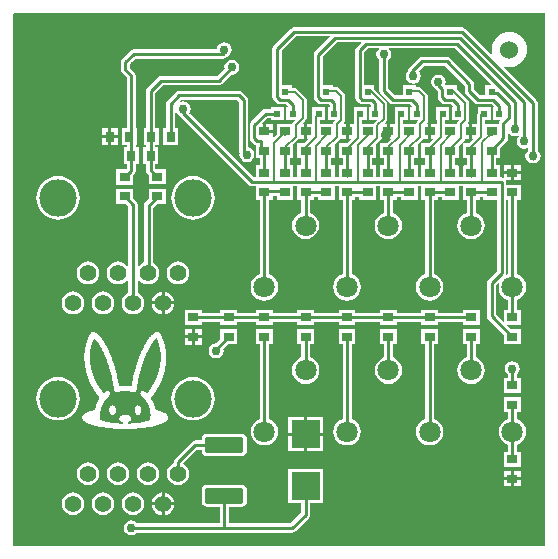
<source format=gbl>
G04*
G04 #@! TF.GenerationSoftware,Altium Limited,CircuitStudio,1.5.2 (30)*
G04*
G04 Layer_Physical_Order=2*
G04 Layer_Color=12500520*
%FSLAX44Y44*%
%MOMM*%
G71*
G01*
G75*
%ADD10R,0.9300X0.7900*%
%ADD15R,0.7900X0.9300*%
%ADD18C,0.2540*%
%ADD19C,0.2550*%
%ADD21C,1.5240*%
%ADD22C,1.4080*%
%ADD23C,3.1700*%
%ADD24C,1.8000*%
%ADD25C,0.7500*%
%ADD26R,2.4000X2.4000*%
G04:AMPARAMS|DCode=27|XSize=1.34mm|YSize=3.29mm|CornerRadius=0.1675mm|HoleSize=0mm|Usage=FLASHONLY|Rotation=90.000|XOffset=0mm|YOffset=0mm|HoleType=Round|Shape=RoundedRectangle|*
%AMROUNDEDRECTD27*
21,1,1.3400,2.9550,0,0,90.0*
21,1,1.0050,3.2900,0,0,90.0*
1,1,0.3350,1.4775,0.5025*
1,1,0.3350,1.4775,-0.5025*
1,1,0.3350,-1.4775,-0.5025*
1,1,0.3350,-1.4775,0.5025*
%
%ADD27ROUNDEDRECTD27*%
%ADD28R,0.6000X0.6000*%
%ADD29C,0.1500*%
G36*
X750000Y750000D02*
X300000D01*
Y1200000D01*
X301250Y1201250D01*
X750000D01*
Y750000D01*
D02*
G37*
%LPC*%
G36*
X493525Y844532D02*
X463975D01*
X462346Y844208D01*
X460965Y843285D01*
X460042Y841904D01*
X459718Y840275D01*
Y839094D01*
X454000D01*
X454000Y839094D01*
X452773Y838850D01*
X452529Y838801D01*
X451282Y837968D01*
X436812Y823498D01*
X435979Y822251D01*
X435930Y822007D01*
X435686Y820780D01*
X435686Y820780D01*
Y819724D01*
X434719Y819323D01*
X432726Y817794D01*
X431197Y815801D01*
X430235Y813480D01*
X429908Y810990D01*
X430235Y808500D01*
X431197Y806179D01*
X432726Y804186D01*
X434719Y802657D01*
X437039Y801695D01*
X439530Y801368D01*
X442020Y801695D01*
X444341Y802657D01*
X446334Y804186D01*
X447863Y806179D01*
X448824Y808500D01*
X449152Y810990D01*
X448824Y813480D01*
X447863Y815801D01*
X446334Y817794D01*
X444341Y819323D01*
X443836Y819532D01*
X443816Y819630D01*
X455592Y831406D01*
X459718D01*
Y830225D01*
X460042Y828596D01*
X460965Y827215D01*
X462346Y826292D01*
X463975Y825968D01*
X493525D01*
X495154Y826292D01*
X496535Y827215D01*
X497458Y828596D01*
X497782Y830225D01*
Y840275D01*
X497458Y841904D01*
X496535Y843285D01*
X495154Y844208D01*
X493525Y844532D01*
D02*
G37*
G36*
X659730Y933240D02*
X645430D01*
Y920340D01*
X648736D01*
Y857345D01*
X646780Y856535D01*
X644378Y854692D01*
X642535Y852290D01*
X641376Y849492D01*
X640981Y846490D01*
X641376Y843488D01*
X642535Y840690D01*
X644378Y838288D01*
X646780Y836445D01*
X649578Y835286D01*
X652580Y834891D01*
X655582Y835286D01*
X658380Y836445D01*
X660782Y838288D01*
X662625Y840690D01*
X663784Y843488D01*
X664179Y846490D01*
X663784Y849492D01*
X662625Y852290D01*
X660782Y854692D01*
X658380Y856535D01*
X656424Y857345D01*
Y920340D01*
X659730D01*
Y933240D01*
D02*
G37*
G36*
X562040Y859040D02*
X548770D01*
Y845770D01*
X562040D01*
Y859040D01*
D02*
G37*
G36*
X546230D02*
X532960D01*
Y845770D01*
X546230D01*
Y859040D01*
D02*
G37*
G36*
X562040Y843230D02*
X548770D01*
Y829960D01*
X562040D01*
Y843230D01*
D02*
G37*
G36*
X546230D02*
X532960D01*
Y829960D01*
X546230D01*
Y843230D01*
D02*
G37*
G36*
X589730Y933240D02*
X575430D01*
Y920340D01*
X578736D01*
Y857345D01*
X576780Y856535D01*
X574378Y854692D01*
X572535Y852290D01*
X571376Y849492D01*
X570981Y846490D01*
X571376Y843488D01*
X572535Y840690D01*
X574378Y838288D01*
X576780Y836445D01*
X579578Y835286D01*
X582580Y834891D01*
X585582Y835286D01*
X588380Y836445D01*
X590782Y838288D01*
X592625Y840690D01*
X593784Y843488D01*
X594179Y846490D01*
X593784Y849492D01*
X592625Y852290D01*
X590782Y854692D01*
X588380Y856535D01*
X586424Y857345D01*
Y920340D01*
X589730D01*
Y933240D01*
D02*
G37*
G36*
X519730D02*
X505430D01*
Y920340D01*
X508736D01*
Y857345D01*
X506780Y856535D01*
X504378Y854692D01*
X502535Y852290D01*
X501376Y849492D01*
X500981Y846490D01*
X501376Y843488D01*
X502535Y840690D01*
X504378Y838288D01*
X506780Y836445D01*
X509578Y835286D01*
X512580Y834891D01*
X515582Y835286D01*
X518380Y836445D01*
X520782Y838288D01*
X522625Y840690D01*
X523784Y843488D01*
X524179Y846490D01*
X523784Y849492D01*
X522625Y852290D01*
X520782Y854692D01*
X518380Y856535D01*
X516424Y857345D01*
Y920340D01*
X519730D01*
Y933240D01*
D02*
G37*
G36*
X624730D02*
X610430D01*
Y920340D01*
X613736D01*
Y909345D01*
X611780Y908535D01*
X609378Y906692D01*
X607535Y904290D01*
X606376Y901492D01*
X605981Y898490D01*
X606376Y895488D01*
X607535Y892690D01*
X609378Y890288D01*
X611780Y888445D01*
X614578Y887286D01*
X617580Y886891D01*
X620582Y887286D01*
X623380Y888445D01*
X625782Y890288D01*
X627625Y892690D01*
X628784Y895488D01*
X629179Y898490D01*
X628784Y901492D01*
X627625Y904290D01*
X625782Y906692D01*
X623380Y908535D01*
X621424Y909345D01*
Y920340D01*
X624730D01*
Y933240D01*
D02*
G37*
G36*
X554730D02*
X540430D01*
Y920340D01*
X543736D01*
Y909345D01*
X541780Y908535D01*
X539378Y906692D01*
X537535Y904290D01*
X536376Y901492D01*
X535981Y898490D01*
X536376Y895488D01*
X537535Y892690D01*
X539378Y890288D01*
X541780Y888445D01*
X544578Y887286D01*
X547580Y886891D01*
X550582Y887286D01*
X553380Y888445D01*
X555782Y890288D01*
X557625Y892690D01*
X558784Y895488D01*
X559179Y898490D01*
X558784Y901492D01*
X557625Y904290D01*
X555782Y906692D01*
X553380Y908535D01*
X551424Y909345D01*
Y920340D01*
X554730D01*
Y933240D01*
D02*
G37*
G36*
X489650Y933250D02*
X475350D01*
Y925086D01*
X471583Y921319D01*
X469411Y920887D01*
X467344Y919506D01*
X465963Y917439D01*
X465477Y915000D01*
X465963Y912561D01*
X467344Y910494D01*
X469411Y909113D01*
X471850Y908627D01*
X474289Y909113D01*
X476356Y910494D01*
X477737Y912561D01*
X478222Y915000D01*
X477876Y916740D01*
X481486Y920350D01*
X489650D01*
Y933250D01*
D02*
G37*
G36*
X694730Y933240D02*
X680430D01*
Y920340D01*
X683736D01*
Y909345D01*
X681780Y908535D01*
X679378Y906692D01*
X677535Y904290D01*
X676376Y901492D01*
X675981Y898490D01*
X676376Y895488D01*
X677535Y892690D01*
X679378Y890288D01*
X681780Y888445D01*
X684578Y887286D01*
X687580Y886891D01*
X690582Y887286D01*
X693380Y888445D01*
X695782Y890288D01*
X697625Y892690D01*
X698784Y895488D01*
X699179Y898490D01*
X698784Y901492D01*
X697625Y904290D01*
X695782Y906692D01*
X693380Y908535D01*
X691424Y909345D01*
Y920340D01*
X694730D01*
Y933240D01*
D02*
G37*
G36*
X452230Y892929D02*
X448633Y892574D01*
X445174Y891525D01*
X441986Y889821D01*
X439192Y887528D01*
X436899Y884734D01*
X435195Y881546D01*
X434146Y878087D01*
X433791Y874490D01*
X434146Y870893D01*
X435195Y867434D01*
X436899Y864246D01*
X439192Y861452D01*
X441986Y859159D01*
X445174Y857455D01*
X448633Y856405D01*
X452230Y856051D01*
X455827Y856405D01*
X459286Y857455D01*
X462474Y859159D01*
X465268Y861452D01*
X467561Y864246D01*
X469265Y867434D01*
X470314Y870893D01*
X470669Y874490D01*
X470314Y878087D01*
X469265Y881546D01*
X467561Y884734D01*
X465268Y887528D01*
X462474Y889821D01*
X459286Y891525D01*
X455827Y892574D01*
X452230Y892929D01*
D02*
G37*
G36*
X337930D02*
X334333Y892574D01*
X330874Y891525D01*
X327686Y889821D01*
X324892Y887528D01*
X322599Y884734D01*
X320895Y881546D01*
X319846Y878087D01*
X319491Y874490D01*
X319846Y870893D01*
X320895Y867434D01*
X322599Y864246D01*
X324892Y861452D01*
X327686Y859159D01*
X330874Y857455D01*
X334333Y856405D01*
X337930Y856051D01*
X341527Y856405D01*
X344986Y857455D01*
X348174Y859159D01*
X350968Y861452D01*
X353261Y864246D01*
X354965Y867434D01*
X356015Y870893D01*
X356369Y874490D01*
X356015Y878087D01*
X354965Y881546D01*
X353261Y884734D01*
X350968Y887528D01*
X348174Y889821D01*
X344986Y891525D01*
X341527Y892574D01*
X337930Y892929D01*
D02*
G37*
G36*
X423265Y930761D02*
X421011D01*
Y930510D01*
X420260D01*
Y930260D01*
X419759D01*
Y930010D01*
X419258D01*
Y929759D01*
X419008D01*
Y929509D01*
X418507D01*
Y929258D01*
X418257D01*
Y929008D01*
X418007D01*
Y928758D01*
X417506D01*
Y928507D01*
X417255D01*
Y928257D01*
X417005D01*
Y928007D01*
X416755D01*
Y927756D01*
Y927506D01*
X416504D01*
Y927255D01*
X416254D01*
Y927005D01*
X416003D01*
Y926755D01*
X415753D01*
Y926504D01*
X415503D01*
Y926254D01*
X415252D01*
Y926003D01*
Y925753D01*
X415002D01*
Y925503D01*
X414752D01*
Y925252D01*
X414501D01*
Y925002D01*
Y924752D01*
X414251D01*
Y924501D01*
X414000D01*
Y924251D01*
Y924000D01*
X413750D01*
Y923750D01*
X413500D01*
Y923500D01*
Y923249D01*
X413249D01*
Y922999D01*
X412999D01*
Y922748D01*
Y922498D01*
X412748D01*
Y922248D01*
X412498D01*
Y921997D01*
Y921747D01*
X412248D01*
Y921497D01*
Y921246D01*
X411997D01*
Y920996D01*
X411747D01*
Y920745D01*
Y920495D01*
X411497D01*
Y920245D01*
Y919994D01*
X411246D01*
Y919744D01*
Y919493D01*
X410996D01*
Y919243D01*
Y918993D01*
X410745D01*
Y918742D01*
Y918492D01*
X410495D01*
Y918242D01*
Y917991D01*
X410245D01*
Y917741D01*
Y917490D01*
X409994D01*
Y917240D01*
Y916990D01*
X409744D01*
Y916739D01*
Y916489D01*
X409493D01*
Y916238D01*
Y915988D01*
X409243D01*
Y915738D01*
Y915487D01*
X408993D01*
Y915237D01*
Y914987D01*
X408742D01*
Y914736D01*
Y914486D01*
X408492D01*
Y914235D01*
Y913985D01*
Y913735D01*
X408242D01*
Y913484D01*
Y913234D01*
X407991D01*
Y912983D01*
Y912733D01*
X407741D01*
Y912483D01*
Y912232D01*
Y911982D01*
X407490D01*
Y911732D01*
Y911481D01*
X407240D01*
Y911231D01*
Y910980D01*
Y910730D01*
X406990D01*
Y910480D01*
Y910229D01*
X406739D01*
Y909979D01*
Y909728D01*
Y909478D01*
X406489D01*
Y909228D01*
Y908977D01*
X406239D01*
Y908727D01*
Y908477D01*
Y908226D01*
X405988D01*
Y907976D01*
Y907725D01*
Y907475D01*
X405738D01*
Y907225D01*
Y906974D01*
X405487D01*
Y906724D01*
Y906473D01*
Y906223D01*
X405237D01*
Y905973D01*
Y905722D01*
Y905472D01*
X404987D01*
Y905222D01*
Y904971D01*
Y904721D01*
X404736D01*
Y904470D01*
Y904220D01*
Y903970D01*
X404486D01*
Y903719D01*
Y903469D01*
Y903219D01*
X404235D01*
Y902968D01*
Y902718D01*
Y902467D01*
X403985D01*
Y902217D01*
Y901967D01*
Y901716D01*
X403735D01*
Y901466D01*
Y901215D01*
Y900965D01*
Y900715D01*
X403484D01*
Y900464D01*
Y900214D01*
Y899964D01*
X403234D01*
Y899713D01*
Y899463D01*
Y899212D01*
Y898962D01*
X402984D01*
Y898712D01*
Y898461D01*
Y898211D01*
X402733D01*
Y897961D01*
Y897710D01*
Y897460D01*
Y897209D01*
X402483D01*
Y896959D01*
Y896709D01*
Y896458D01*
Y896208D01*
X402232D01*
Y895957D01*
Y895707D01*
Y895457D01*
Y895206D01*
X401982D01*
Y894956D01*
Y894706D01*
Y894455D01*
Y894205D01*
X401732D01*
Y893954D01*
Y893704D01*
Y893454D01*
Y893203D01*
Y892953D01*
X401481D01*
Y892702D01*
Y892452D01*
Y892202D01*
Y891951D01*
X401231D01*
Y891701D01*
Y891451D01*
Y891200D01*
Y890950D01*
Y890699D01*
X400980D01*
Y890449D01*
Y890199D01*
Y889948D01*
Y889698D01*
Y889447D01*
X400730D01*
Y889197D01*
Y888947D01*
Y888696D01*
Y888446D01*
Y888195D01*
Y887945D01*
X400480D01*
Y887695D01*
Y887444D01*
Y887194D01*
Y886944D01*
Y886693D01*
Y886443D01*
X400229D01*
Y886192D01*
Y885942D01*
Y885692D01*
Y885441D01*
Y885191D01*
X399979D01*
Y884940D01*
X399729D01*
Y885191D01*
X397725D01*
Y885441D01*
X391716D01*
Y885191D01*
X389463D01*
Y885441D01*
Y885692D01*
Y885942D01*
X389212D01*
Y886192D01*
Y886443D01*
Y886693D01*
Y886944D01*
Y887194D01*
Y887444D01*
X388962D01*
Y887695D01*
Y887945D01*
Y888195D01*
Y888446D01*
Y888696D01*
X388712D01*
Y888947D01*
Y889197D01*
Y889447D01*
Y889698D01*
Y889948D01*
Y890199D01*
X388461D01*
Y890449D01*
Y890699D01*
Y890950D01*
Y891200D01*
Y891451D01*
X388211D01*
Y891701D01*
Y891951D01*
Y892202D01*
Y892452D01*
Y892702D01*
X387961D01*
Y892953D01*
Y893203D01*
Y893454D01*
Y893704D01*
Y893954D01*
X387710D01*
Y894205D01*
Y894455D01*
Y894706D01*
Y894956D01*
X387460D01*
Y895206D01*
Y895457D01*
Y895707D01*
Y895957D01*
X387209D01*
Y896208D01*
Y896458D01*
Y896709D01*
Y896959D01*
X386959D01*
Y897209D01*
Y897460D01*
Y897710D01*
Y897961D01*
X386709D01*
Y898211D01*
Y898461D01*
Y898712D01*
X386458D01*
Y898962D01*
Y899212D01*
Y899463D01*
Y899713D01*
X386208D01*
Y899964D01*
Y900214D01*
Y900464D01*
X385957D01*
Y900715D01*
Y900965D01*
Y901215D01*
Y901466D01*
X385707D01*
Y901716D01*
Y901967D01*
Y902217D01*
X385457D01*
Y902467D01*
Y902718D01*
Y902968D01*
X385206D01*
Y903219D01*
Y903469D01*
Y903719D01*
X384956D01*
Y903970D01*
Y904220D01*
Y904470D01*
X384706D01*
Y904721D01*
Y904971D01*
Y905222D01*
X384455D01*
Y905472D01*
Y905722D01*
Y905973D01*
X384205D01*
Y906223D01*
Y906473D01*
Y906724D01*
X383954D01*
Y906974D01*
Y907225D01*
Y907475D01*
X383704D01*
Y907725D01*
Y907976D01*
X383454D01*
Y908226D01*
Y908477D01*
Y908727D01*
X383203D01*
Y908977D01*
Y909228D01*
Y909478D01*
X382953D01*
Y909728D01*
Y909979D01*
X382702D01*
Y910229D01*
Y910480D01*
Y910730D01*
X382452D01*
Y910980D01*
Y911231D01*
X382202D01*
Y911481D01*
Y911732D01*
Y911982D01*
X381951D01*
Y912232D01*
Y912483D01*
X381701D01*
Y912733D01*
Y912983D01*
Y913234D01*
X381451D01*
Y913484D01*
Y913735D01*
X381200D01*
Y913985D01*
Y914235D01*
X380950D01*
Y914486D01*
Y914736D01*
X380699D01*
Y914987D01*
Y915237D01*
Y915487D01*
X380449D01*
Y915738D01*
Y915988D01*
X380199D01*
Y916238D01*
Y916489D01*
X379948D01*
Y916739D01*
Y916990D01*
X379698D01*
Y917240D01*
Y917490D01*
X379448D01*
Y917741D01*
Y917991D01*
X379197D01*
Y918242D01*
Y918492D01*
X378947D01*
Y918742D01*
Y918993D01*
X378696D01*
Y919243D01*
Y919493D01*
X378446D01*
Y919744D01*
X378195D01*
Y919994D01*
Y920245D01*
X377945D01*
Y920495D01*
Y920745D01*
X377695D01*
Y920996D01*
Y921246D01*
X377444D01*
Y921497D01*
Y921747D01*
X377194D01*
Y921997D01*
X376944D01*
Y922248D01*
Y922498D01*
X376693D01*
Y922748D01*
X376443D01*
Y922999D01*
Y923249D01*
X376192D01*
Y923500D01*
Y923750D01*
X375942D01*
Y924000D01*
X375692D01*
Y924251D01*
Y924501D01*
X375441D01*
Y924752D01*
X375191D01*
Y925002D01*
X374940D01*
Y925252D01*
Y925503D01*
X374690D01*
Y925753D01*
X374440D01*
Y926003D01*
X374189D01*
Y926254D01*
Y926504D01*
X373939D01*
Y926755D01*
X373689D01*
Y927005D01*
X373438D01*
Y927255D01*
X373188D01*
Y927506D01*
X372938D01*
Y927756D01*
X372687D01*
Y928007D01*
X372437D01*
Y928257D01*
X372186D01*
Y928507D01*
X371936D01*
Y928758D01*
X371685D01*
Y929008D01*
X371435D01*
Y929258D01*
X371185D01*
Y929509D01*
X370684D01*
Y929759D01*
X370434D01*
Y930010D01*
X369933D01*
Y930260D01*
X369432D01*
Y930510D01*
X368681D01*
Y930761D01*
X366427D01*
Y930510D01*
X365927D01*
Y930260D01*
X365676D01*
Y930010D01*
X365426D01*
Y929759D01*
Y929509D01*
X365176D01*
Y929258D01*
Y929008D01*
X364925D01*
Y928758D01*
X364675D01*
Y928507D01*
Y928257D01*
X364424D01*
Y928007D01*
Y927756D01*
X364174D01*
Y927506D01*
Y927255D01*
Y927005D01*
X363924D01*
Y926755D01*
Y926504D01*
X363673D01*
Y926254D01*
Y926003D01*
X363423D01*
Y925753D01*
Y925503D01*
X363172D01*
Y925252D01*
Y925002D01*
Y924752D01*
X362922D01*
Y924501D01*
Y924251D01*
X362672D01*
Y924000D01*
Y923750D01*
Y923500D01*
X362421D01*
Y923249D01*
Y922999D01*
Y922748D01*
X362171D01*
Y922498D01*
Y922248D01*
Y921997D01*
X361921D01*
Y921747D01*
Y921497D01*
Y921246D01*
X361670D01*
Y920996D01*
Y920745D01*
Y920495D01*
Y920245D01*
X361420D01*
Y919994D01*
Y919744D01*
Y919493D01*
X361169D01*
Y919243D01*
Y918993D01*
Y918742D01*
Y918492D01*
Y918242D01*
X360919D01*
Y917991D01*
Y917741D01*
Y917490D01*
Y917240D01*
Y916990D01*
X360669D01*
Y916739D01*
Y916489D01*
Y916238D01*
Y915988D01*
Y915738D01*
Y915487D01*
X360418D01*
Y915237D01*
Y914987D01*
Y914736D01*
Y914486D01*
Y914235D01*
Y913985D01*
Y913735D01*
Y913484D01*
Y913234D01*
X360168D01*
Y912983D01*
Y912733D01*
Y912483D01*
Y912232D01*
Y911982D01*
Y911732D01*
Y911481D01*
Y911231D01*
Y910980D01*
Y910730D01*
Y910480D01*
Y910229D01*
Y909979D01*
Y909728D01*
Y909478D01*
Y909228D01*
Y908977D01*
Y908727D01*
Y908477D01*
Y908226D01*
Y907976D01*
Y907725D01*
Y907475D01*
Y907225D01*
Y906974D01*
Y906724D01*
Y906473D01*
Y906223D01*
X360418D01*
Y905973D01*
Y905722D01*
Y905472D01*
Y905222D01*
Y904971D01*
Y904721D01*
Y904470D01*
Y904220D01*
Y903970D01*
Y903719D01*
Y903469D01*
X360669D01*
Y903219D01*
Y902968D01*
Y902718D01*
Y902467D01*
Y902217D01*
Y901967D01*
Y901716D01*
X360919D01*
Y901466D01*
Y901215D01*
Y900965D01*
Y900715D01*
Y900464D01*
Y900214D01*
X361169D01*
Y899964D01*
Y899713D01*
Y899463D01*
Y899212D01*
Y898962D01*
X361420D01*
Y898712D01*
Y898461D01*
Y898211D01*
Y897961D01*
X361670D01*
Y897710D01*
Y897460D01*
Y897209D01*
Y896959D01*
X361921D01*
Y896709D01*
Y896458D01*
Y896208D01*
Y895957D01*
X362171D01*
Y895707D01*
Y895457D01*
Y895206D01*
X362421D01*
Y894956D01*
Y894706D01*
Y894455D01*
Y894205D01*
X362672D01*
Y893954D01*
Y893704D01*
Y893454D01*
X362922D01*
Y893203D01*
Y892953D01*
Y892702D01*
X363172D01*
Y892452D01*
Y892202D01*
Y891951D01*
X363423D01*
Y891701D01*
Y891451D01*
X363673D01*
Y891200D01*
Y890950D01*
Y890699D01*
X363924D01*
Y890449D01*
Y890199D01*
X364174D01*
Y889948D01*
Y889698D01*
Y889447D01*
X364424D01*
Y889197D01*
Y888947D01*
X364675D01*
Y888696D01*
Y888446D01*
X364925D01*
Y888195D01*
Y887945D01*
Y887695D01*
X365176D01*
Y887444D01*
Y887194D01*
X365426D01*
Y886944D01*
Y886693D01*
X365676D01*
Y886443D01*
Y886192D01*
X365927D01*
Y885942D01*
Y885692D01*
X366177D01*
Y885441D01*
Y885191D01*
X366427D01*
Y884940D01*
Y884690D01*
X366678D01*
Y884440D01*
X366928D01*
Y884189D01*
Y883939D01*
X367179D01*
Y883689D01*
Y883438D01*
X367429D01*
Y883188D01*
Y882937D01*
X367679D01*
Y882687D01*
X367930D01*
Y882437D01*
Y882186D01*
X368180D01*
Y881936D01*
Y881685D01*
X368431D01*
Y881435D01*
X368681D01*
Y881185D01*
Y880934D01*
X368931D01*
Y880684D01*
X369182D01*
Y880434D01*
Y880183D01*
X369432D01*
Y879933D01*
X369683D01*
Y879682D01*
Y879432D01*
X369933D01*
Y879182D01*
X370183D01*
Y878931D01*
X370434D01*
Y878681D01*
Y878430D01*
X370684D01*
Y878180D01*
X370934D01*
Y877930D01*
X371185D01*
Y877679D01*
Y877429D01*
X371435D01*
Y877179D01*
X371685D01*
Y876928D01*
X371936D01*
Y876678D01*
Y876428D01*
X372186D01*
Y876177D01*
X372437D01*
Y875927D01*
X372687D01*
Y875676D01*
X372938D01*
Y875426D01*
X373188D01*
Y875175D01*
Y874925D01*
X372938D01*
Y874675D01*
Y874424D01*
X372687D01*
Y874174D01*
Y873924D01*
X372437D01*
Y873673D01*
Y873423D01*
X372186D01*
Y873173D01*
Y872922D01*
X371936D01*
Y872672D01*
X371685D01*
Y872421D01*
Y872171D01*
X371435D01*
Y871921D01*
Y871670D01*
X371185D01*
Y871420D01*
Y871169D01*
X370934D01*
Y870919D01*
Y870669D01*
Y870418D01*
X370684D01*
Y870168D01*
Y869918D01*
X370434D01*
Y869667D01*
Y869417D01*
Y869166D01*
X370183D01*
Y868916D01*
Y868666D01*
Y868415D01*
X369933D01*
Y868165D01*
Y867914D01*
Y867664D01*
X369683D01*
Y867414D01*
Y867163D01*
Y866913D01*
Y866663D01*
X369432D01*
Y866412D01*
Y866162D01*
Y865911D01*
Y865661D01*
X369182D01*
Y865411D01*
Y865160D01*
X368931D01*
Y864910D01*
X367930D01*
Y864659D01*
X367179D01*
Y864409D01*
X366427D01*
Y864159D01*
X365676D01*
Y863908D01*
X364925D01*
Y863658D01*
X364174D01*
Y863408D01*
X363673D01*
Y863157D01*
X362922D01*
Y862907D01*
X362421D01*
Y862656D01*
X361921D01*
Y862406D01*
X361670D01*
Y862156D01*
X361169D01*
Y861905D01*
X360669D01*
Y861655D01*
X360418D01*
Y861404D01*
X359917D01*
Y861154D01*
X359667D01*
Y860904D01*
X359417D01*
Y860653D01*
X359166D01*
Y860403D01*
X358916D01*
Y860153D01*
Y859902D01*
X358666D01*
Y859652D01*
X358415D01*
Y859401D01*
Y859151D01*
Y858901D01*
X358165D01*
Y858650D01*
Y858400D01*
Y858149D01*
Y857899D01*
Y857649D01*
X358415D01*
Y857398D01*
Y857148D01*
X358666D01*
Y856898D01*
Y856647D01*
X358916D01*
Y856397D01*
X359166D01*
Y856146D01*
X359417D01*
Y855896D01*
X359667D01*
Y855646D01*
X359917D01*
Y855395D01*
X360168D01*
Y855145D01*
X360418D01*
Y854894D01*
X360919D01*
Y854644D01*
X361420D01*
Y854394D01*
X361670D01*
Y854143D01*
X362171D01*
Y853893D01*
X362672D01*
Y853643D01*
X363423D01*
Y853392D01*
X363924D01*
Y853142D01*
X364675D01*
Y852891D01*
X365176D01*
Y852641D01*
X365927D01*
Y852391D01*
X366678D01*
Y852140D01*
X367679D01*
Y851890D01*
X368431D01*
Y851639D01*
X369432D01*
Y851389D01*
X370684D01*
Y851139D01*
X371685D01*
Y850888D01*
X372938D01*
Y850638D01*
X374189D01*
Y850388D01*
X375692D01*
Y850137D01*
X377444D01*
Y849887D01*
X379448D01*
Y849636D01*
X381701D01*
Y849386D01*
X384455D01*
Y849136D01*
X388211D01*
Y848885D01*
X401481D01*
Y849136D01*
X404987D01*
Y849386D01*
X407991D01*
Y849636D01*
X410245D01*
Y849887D01*
X412248D01*
Y850137D01*
X414000D01*
Y850388D01*
X415252D01*
Y850638D01*
X416755D01*
Y850888D01*
X418007D01*
Y851139D01*
X419008D01*
Y851389D01*
X420260D01*
Y851639D01*
X421011D01*
Y851890D01*
X422013D01*
Y852140D01*
X423014D01*
Y852391D01*
X423765D01*
Y852641D01*
X424266D01*
Y852891D01*
X425017D01*
Y853142D01*
X425768D01*
Y853392D01*
X426269D01*
Y853643D01*
X426770D01*
Y853893D01*
X427271D01*
Y854143D01*
X427771D01*
Y854394D01*
X428272D01*
Y854644D01*
X428773D01*
Y854894D01*
X429023D01*
Y855145D01*
X429524D01*
Y855395D01*
X429775D01*
Y855646D01*
X430025D01*
Y855896D01*
X430275D01*
Y856146D01*
X430526D01*
Y856397D01*
X430776D01*
Y856647D01*
X431026D01*
Y856898D01*
Y857148D01*
X431277D01*
Y857398D01*
Y857649D01*
Y857899D01*
Y858149D01*
Y858400D01*
Y858650D01*
Y858901D01*
Y859151D01*
Y859401D01*
X431026D01*
Y859652D01*
Y859902D01*
X430776D01*
Y860153D01*
X430526D01*
Y860403D01*
Y860653D01*
X430275D01*
Y860904D01*
X429775D01*
Y861154D01*
X429524D01*
Y861404D01*
X429274D01*
Y861655D01*
X429023D01*
Y861905D01*
X428523D01*
Y862156D01*
X428022D01*
Y862406D01*
X427521D01*
Y862656D01*
X427020D01*
Y862907D01*
X426520D01*
Y863157D01*
X426019D01*
Y863408D01*
X425268D01*
Y863658D01*
X424767D01*
Y863908D01*
X424016D01*
Y864159D01*
X423265D01*
Y864409D01*
X422513D01*
Y864659D01*
X421512D01*
Y864910D01*
X420761D01*
Y865160D01*
X420510D01*
Y865411D01*
X420260D01*
Y865661D01*
Y865911D01*
Y866162D01*
Y866412D01*
X420010D01*
Y866663D01*
Y866913D01*
Y867163D01*
Y867414D01*
X419759D01*
Y867664D01*
Y867914D01*
Y868165D01*
X419509D01*
Y868415D01*
Y868666D01*
Y868916D01*
X419258D01*
Y869166D01*
Y869417D01*
Y869667D01*
X419008D01*
Y869918D01*
Y870168D01*
Y870418D01*
X418758D01*
Y870669D01*
Y870919D01*
X418507D01*
Y871169D01*
Y871420D01*
X418257D01*
Y871670D01*
Y871921D01*
Y872171D01*
X418007D01*
Y872421D01*
Y872672D01*
X417756D01*
Y872922D01*
X417506D01*
Y873173D01*
Y873423D01*
X417255D01*
Y873673D01*
X417005D01*
Y873924D01*
Y874174D01*
Y874424D01*
X416755D01*
Y874675D01*
X416504D01*
Y874925D01*
Y875175D01*
Y875426D01*
X416755D01*
Y875676D01*
X417005D01*
Y875927D01*
X417255D01*
Y876177D01*
X417506D01*
Y876428D01*
Y876678D01*
X417756D01*
Y876928D01*
X418007D01*
Y877179D01*
X418257D01*
Y877429D01*
X418507D01*
Y877679D01*
Y877930D01*
X418758D01*
Y878180D01*
X419008D01*
Y878430D01*
Y878681D01*
X419258D01*
Y878931D01*
X419509D01*
Y879182D01*
X419759D01*
Y879432D01*
Y879682D01*
X420010D01*
Y879933D01*
X420260D01*
Y880183D01*
Y880434D01*
X420510D01*
Y880684D01*
X420761D01*
Y880934D01*
Y881185D01*
X421011D01*
Y881435D01*
X421261D01*
Y881685D01*
Y881936D01*
X421512D01*
Y882186D01*
X421762D01*
Y882437D01*
Y882687D01*
X422013D01*
Y882937D01*
Y883188D01*
X422263D01*
Y883438D01*
Y883689D01*
X422513D01*
Y883939D01*
X422764D01*
Y884189D01*
Y884440D01*
X423014D01*
Y884690D01*
Y884940D01*
X423265D01*
Y885191D01*
Y885441D01*
X423515D01*
Y885692D01*
Y885942D01*
X423765D01*
Y886192D01*
Y886443D01*
X424016D01*
Y886693D01*
Y886944D01*
X424266D01*
Y887194D01*
Y887444D01*
X424516D01*
Y887695D01*
Y887945D01*
X424767D01*
Y888195D01*
Y888446D01*
X425017D01*
Y888696D01*
Y888947D01*
X425268D01*
Y889197D01*
Y889447D01*
Y889698D01*
X425518D01*
Y889948D01*
Y890199D01*
X425768D01*
Y890449D01*
Y890699D01*
Y890950D01*
X426019D01*
Y891200D01*
Y891451D01*
X426269D01*
Y891701D01*
Y891951D01*
Y892202D01*
X426520D01*
Y892452D01*
Y892702D01*
Y892953D01*
X426770D01*
Y893203D01*
Y893454D01*
Y893704D01*
X427020D01*
Y893954D01*
Y894205D01*
Y894455D01*
X427271D01*
Y894706D01*
Y894956D01*
Y895206D01*
X427521D01*
Y895457D01*
Y895707D01*
Y895957D01*
Y896208D01*
X427771D01*
Y896458D01*
Y896709D01*
Y896959D01*
Y897209D01*
X428022D01*
Y897460D01*
Y897710D01*
Y897961D01*
Y898211D01*
X428272D01*
Y898461D01*
Y898712D01*
Y898962D01*
Y899212D01*
Y899463D01*
X428523D01*
Y899713D01*
Y899964D01*
Y900214D01*
Y900464D01*
Y900715D01*
X428773D01*
Y900965D01*
Y901215D01*
Y901466D01*
Y901716D01*
Y901967D01*
Y902217D01*
X429023D01*
Y902467D01*
Y902718D01*
Y902968D01*
Y903219D01*
Y903469D01*
Y903719D01*
Y903970D01*
Y904220D01*
X429274D01*
Y904470D01*
Y904721D01*
Y904971D01*
Y905222D01*
Y905472D01*
Y905722D01*
Y905973D01*
Y906223D01*
Y906473D01*
Y906724D01*
Y906974D01*
Y907225D01*
Y907475D01*
Y907725D01*
X429524D01*
Y907976D01*
Y908226D01*
Y908477D01*
Y908727D01*
Y908977D01*
Y909228D01*
Y909478D01*
Y909728D01*
Y909979D01*
Y910229D01*
Y910480D01*
Y910730D01*
Y910980D01*
Y911231D01*
Y911481D01*
Y911732D01*
Y911982D01*
X429274D01*
Y912232D01*
Y912483D01*
Y912733D01*
Y912983D01*
Y913234D01*
Y913484D01*
Y913735D01*
Y913985D01*
Y914235D01*
Y914486D01*
Y914736D01*
Y914987D01*
X429023D01*
Y915237D01*
Y915487D01*
Y915738D01*
Y915988D01*
Y916238D01*
Y916489D01*
Y916739D01*
X428773D01*
Y916990D01*
Y917240D01*
Y917490D01*
Y917741D01*
Y917991D01*
X428523D01*
Y918242D01*
Y918492D01*
Y918742D01*
Y918993D01*
X428272D01*
Y919243D01*
Y919493D01*
Y919744D01*
Y919994D01*
Y920245D01*
X428022D01*
Y920495D01*
Y920745D01*
Y920996D01*
X427771D01*
Y921246D01*
Y921497D01*
Y921747D01*
X427521D01*
Y921997D01*
Y922248D01*
Y922498D01*
Y922748D01*
X427271D01*
Y922999D01*
Y923249D01*
X427020D01*
Y923500D01*
Y923750D01*
Y924000D01*
X426770D01*
Y924251D01*
Y924501D01*
Y924752D01*
X426520D01*
Y925002D01*
Y925252D01*
X426269D01*
Y925503D01*
Y925753D01*
Y926003D01*
X426019D01*
Y926254D01*
Y926504D01*
X425768D01*
Y926755D01*
Y927005D01*
X425518D01*
Y927255D01*
Y927506D01*
X425268D01*
Y927756D01*
Y928007D01*
X425017D01*
Y928257D01*
Y928507D01*
X424767D01*
Y928758D01*
Y929008D01*
X424516D01*
Y929258D01*
Y929509D01*
X424266D01*
Y929759D01*
X424016D01*
Y930010D01*
Y930260D01*
X423765D01*
Y930510D01*
X423265D01*
Y930761D01*
D02*
G37*
G36*
X722500Y906373D02*
X720061Y905887D01*
X717994Y904506D01*
X716613Y902439D01*
X716127Y900000D01*
X716613Y897561D01*
X717994Y895494D01*
X718736Y894998D01*
Y892140D01*
X715430D01*
Y879240D01*
X729730D01*
Y892140D01*
X726424D01*
Y895105D01*
X727006Y895494D01*
X728387Y897561D01*
X728873Y900000D01*
X728387Y902439D01*
X727006Y904506D01*
X724939Y905887D01*
X722500Y906373D01*
D02*
G37*
G36*
X436325Y784320D02*
X428100D01*
Y776095D01*
X429331Y776256D01*
X431661Y777222D01*
X433662Y778757D01*
X435198Y780759D01*
X436163Y783089D01*
X436325Y784320D01*
D02*
G37*
G36*
X425560D02*
X417335D01*
X417496Y783089D01*
X418462Y780759D01*
X419997Y778757D01*
X421999Y777222D01*
X424329Y776256D01*
X425560Y776095D01*
Y784320D01*
D02*
G37*
G36*
X428100Y795085D02*
Y786860D01*
X436325D01*
X436163Y788091D01*
X435198Y790421D01*
X433662Y792422D01*
X431661Y793958D01*
X429331Y794923D01*
X428100Y795085D01*
D02*
G37*
G36*
X425560D02*
X424329Y794923D01*
X421999Y793958D01*
X419997Y792422D01*
X418462Y790421D01*
X417496Y788091D01*
X417335Y786860D01*
X425560D01*
Y795085D01*
D02*
G37*
G36*
X350630Y795212D02*
X348139Y794884D01*
X345819Y793923D01*
X343826Y792394D01*
X342297Y790401D01*
X341335Y788080D01*
X341008Y785590D01*
X341335Y783100D01*
X342297Y780779D01*
X343826Y778786D01*
X345819Y777257D01*
X348139Y776295D01*
X350630Y775968D01*
X353120Y776295D01*
X355441Y777257D01*
X357434Y778786D01*
X358963Y780779D01*
X359924Y783100D01*
X360252Y785590D01*
X359924Y788080D01*
X358963Y790401D01*
X357434Y792394D01*
X355441Y793923D01*
X353120Y794884D01*
X350630Y795212D01*
D02*
G37*
G36*
X562000Y815000D02*
X533000D01*
Y786000D01*
X543656D01*
Y777842D01*
X534648Y768834D01*
X482594D01*
Y782968D01*
X493525D01*
X495154Y783292D01*
X496535Y784215D01*
X497458Y785596D01*
X497782Y787225D01*
Y797275D01*
X497458Y798904D01*
X496535Y800285D01*
X495154Y801208D01*
X493525Y801532D01*
X463975D01*
X462346Y801208D01*
X460965Y800285D01*
X460042Y798904D01*
X459718Y797275D01*
Y787225D01*
X460042Y785596D01*
X460965Y784215D01*
X462346Y783292D01*
X463975Y782968D01*
X474906D01*
Y768834D01*
X404949D01*
X404506Y769496D01*
X402439Y770877D01*
X400000Y771362D01*
X397561Y770877D01*
X395494Y769496D01*
X394113Y767429D01*
X393628Y764990D01*
X394113Y762551D01*
X395494Y760484D01*
X397561Y759103D01*
X400000Y758617D01*
X402439Y759103D01*
X404506Y760484D01*
X404949Y761146D01*
X536240D01*
X536240Y761146D01*
X537467Y761390D01*
X537711Y761439D01*
X538958Y762272D01*
X550218Y773532D01*
X550218Y773532D01*
X550775Y774365D01*
X551051Y774779D01*
X551344Y776250D01*
X551344Y776250D01*
Y786000D01*
X562000D01*
Y815000D01*
D02*
G37*
G36*
X401430Y795212D02*
X398940Y794884D01*
X396619Y793923D01*
X394626Y792394D01*
X393097Y790401D01*
X392136Y788080D01*
X391808Y785590D01*
X392136Y783100D01*
X393097Y780779D01*
X394626Y778786D01*
X396619Y777257D01*
X398940Y776295D01*
X401430Y775968D01*
X403920Y776295D01*
X406241Y777257D01*
X408234Y778786D01*
X409763Y780779D01*
X410724Y783100D01*
X411052Y785590D01*
X410724Y788080D01*
X409763Y790401D01*
X408234Y792394D01*
X406241Y793923D01*
X403920Y794884D01*
X401430Y795212D01*
D02*
G37*
G36*
X376030D02*
X373540Y794884D01*
X371219Y793923D01*
X369226Y792394D01*
X367697Y790401D01*
X366735Y788080D01*
X366408Y785590D01*
X366735Y783100D01*
X367697Y780779D01*
X369226Y778786D01*
X371219Y777257D01*
X373540Y776295D01*
X376030Y775968D01*
X378520Y776295D01*
X380841Y777257D01*
X382834Y778786D01*
X384363Y780779D01*
X385324Y783100D01*
X385652Y785590D01*
X385324Y788080D01*
X384363Y790401D01*
X382834Y792394D01*
X380841Y793923D01*
X378520Y794884D01*
X376030Y795212D01*
D02*
G37*
G36*
X721310Y813280D02*
X715390D01*
Y808060D01*
X721310D01*
Y813280D01*
D02*
G37*
G36*
X414130Y820612D02*
X411640Y820284D01*
X409319Y819323D01*
X407326Y817794D01*
X405797Y815801D01*
X404836Y813480D01*
X404508Y810990D01*
X404836Y808500D01*
X405797Y806179D01*
X407326Y804186D01*
X409319Y802657D01*
X411640Y801695D01*
X414130Y801368D01*
X416620Y801695D01*
X418941Y802657D01*
X420934Y804186D01*
X422463Y806179D01*
X423424Y808500D01*
X423752Y810990D01*
X423424Y813480D01*
X422463Y815801D01*
X420934Y817794D01*
X418941Y819323D01*
X416620Y820284D01*
X414130Y820612D01*
D02*
G37*
G36*
X729730Y875740D02*
X715430D01*
Y862840D01*
X718736D01*
Y857345D01*
X716780Y856535D01*
X714378Y854692D01*
X712535Y852290D01*
X711376Y849492D01*
X710981Y846490D01*
X711376Y843488D01*
X712535Y840690D01*
X714378Y838288D01*
X716780Y836445D01*
X718736Y835635D01*
Y829640D01*
X715430D01*
Y816740D01*
X729730D01*
Y829640D01*
X726424D01*
Y835635D01*
X728380Y836445D01*
X730782Y838288D01*
X732625Y840690D01*
X733784Y843488D01*
X734179Y846490D01*
X733784Y849492D01*
X732625Y852290D01*
X730782Y854692D01*
X728380Y856535D01*
X726424Y857345D01*
Y862840D01*
X729730D01*
Y875740D01*
D02*
G37*
G36*
X729770Y813280D02*
X723850D01*
Y808060D01*
X729770D01*
Y813280D01*
D02*
G37*
G36*
Y805520D02*
X723850D01*
Y800300D01*
X729770D01*
Y805520D01*
D02*
G37*
G36*
X721310D02*
X715390D01*
Y800300D01*
X721310D01*
Y805520D01*
D02*
G37*
G36*
X388730Y820612D02*
X386240Y820284D01*
X383919Y819323D01*
X381926Y817794D01*
X380397Y815801D01*
X379436Y813480D01*
X379108Y810990D01*
X379436Y808500D01*
X380397Y806179D01*
X381926Y804186D01*
X383919Y802657D01*
X386240Y801695D01*
X388730Y801368D01*
X391220Y801695D01*
X393541Y802657D01*
X395534Y804186D01*
X397063Y806179D01*
X398024Y808500D01*
X398352Y810990D01*
X398024Y813480D01*
X397063Y815801D01*
X395534Y817794D01*
X393541Y819323D01*
X391220Y820284D01*
X388730Y820612D01*
D02*
G37*
G36*
X363330D02*
X360840Y820284D01*
X358519Y819323D01*
X356526Y817794D01*
X354997Y815801D01*
X354035Y813480D01*
X353708Y810990D01*
X354035Y808500D01*
X354997Y806179D01*
X356526Y804186D01*
X358519Y802657D01*
X360840Y801695D01*
X363330Y801368D01*
X365820Y801695D01*
X368141Y802657D01*
X370134Y804186D01*
X371663Y806179D01*
X372624Y808500D01*
X372952Y810990D01*
X372624Y813480D01*
X371663Y815801D01*
X370134Y817794D01*
X368141Y819323D01*
X365820Y820284D01*
X363330Y820612D01*
D02*
G37*
G36*
X337930Y1062929D02*
X334333Y1062574D01*
X330874Y1061525D01*
X327686Y1059821D01*
X324892Y1057528D01*
X322599Y1054734D01*
X320895Y1051546D01*
X319846Y1048087D01*
X319491Y1044490D01*
X319846Y1040893D01*
X320895Y1037434D01*
X322599Y1034246D01*
X324892Y1031452D01*
X327686Y1029159D01*
X330874Y1027455D01*
X334333Y1026405D01*
X337930Y1026051D01*
X341527Y1026405D01*
X344986Y1027455D01*
X348174Y1029159D01*
X350968Y1031452D01*
X353261Y1034246D01*
X354965Y1037434D01*
X356015Y1040893D01*
X356369Y1044490D01*
X356015Y1048087D01*
X354965Y1051546D01*
X353261Y1054734D01*
X350968Y1057528D01*
X348174Y1059821D01*
X344986Y1061525D01*
X341527Y1062574D01*
X337930Y1062929D01*
D02*
G37*
G36*
X452230D02*
X448633Y1062574D01*
X445174Y1061525D01*
X441986Y1059821D01*
X439192Y1057528D01*
X436899Y1054734D01*
X435195Y1051546D01*
X434146Y1048087D01*
X433791Y1044490D01*
X434146Y1040893D01*
X435195Y1037434D01*
X436899Y1034246D01*
X439192Y1031452D01*
X441986Y1029159D01*
X445174Y1027455D01*
X448633Y1026405D01*
X452230Y1026051D01*
X455827Y1026405D01*
X459286Y1027455D01*
X462474Y1029159D01*
X465268Y1031452D01*
X467561Y1034246D01*
X469265Y1037434D01*
X470314Y1040893D01*
X470669Y1044490D01*
X470314Y1048087D01*
X469265Y1051546D01*
X467561Y1054734D01*
X465268Y1057528D01*
X462474Y1059821D01*
X459286Y1061525D01*
X455827Y1062574D01*
X452230Y1062929D01*
D02*
G37*
G36*
X729770Y1064420D02*
X723850D01*
Y1059200D01*
X729770D01*
Y1064420D01*
D02*
G37*
G36*
X428880Y1052340D02*
X414580D01*
Y1043276D01*
X411862Y1040558D01*
X411029Y1039311D01*
X410980Y1039067D01*
X410736Y1037840D01*
X410736Y1037840D01*
Y989910D01*
X409319Y989323D01*
X407326Y987794D01*
X405797Y985801D01*
X405322Y984654D01*
X405224Y984674D01*
Y1038840D01*
X405224Y1038840D01*
X404980Y1040067D01*
X404931Y1040311D01*
X404098Y1041558D01*
X401580Y1044076D01*
Y1052240D01*
X387280D01*
Y1039340D01*
X395444D01*
X397536Y1037248D01*
Y984915D01*
X397438Y984896D01*
X397063Y985801D01*
X395534Y987794D01*
X393541Y989323D01*
X391220Y990284D01*
X388730Y990612D01*
X386240Y990284D01*
X383919Y989323D01*
X381926Y987794D01*
X380397Y985801D01*
X379436Y983480D01*
X379108Y980990D01*
X379436Y978500D01*
X380397Y976179D01*
X381926Y974186D01*
X383919Y972657D01*
X386240Y971695D01*
X388730Y971368D01*
X391220Y971695D01*
X393541Y972657D01*
X395534Y974186D01*
X397063Y976179D01*
X397438Y977084D01*
X397536Y977064D01*
Y964303D01*
X396619Y963923D01*
X394626Y962394D01*
X393097Y960401D01*
X392136Y958080D01*
X391808Y955590D01*
X392136Y953100D01*
X393097Y950779D01*
X394626Y948786D01*
X396619Y947257D01*
X398940Y946295D01*
X401430Y945968D01*
X403920Y946295D01*
X406241Y947257D01*
X408234Y948786D01*
X409763Y950779D01*
X410724Y953100D01*
X411052Y955590D01*
X410724Y958080D01*
X409763Y960401D01*
X408234Y962394D01*
X406241Y963923D01*
X405224Y964344D01*
Y977306D01*
X405322Y977325D01*
X405797Y976179D01*
X407326Y974186D01*
X409319Y972657D01*
X411640Y971695D01*
X414130Y971368D01*
X416620Y971695D01*
X418941Y972657D01*
X420934Y974186D01*
X422463Y976179D01*
X423424Y978500D01*
X423752Y980990D01*
X423424Y983480D01*
X422463Y985801D01*
X420934Y987794D01*
X418941Y989323D01*
X418424Y989537D01*
Y1036248D01*
X421616Y1039440D01*
X428880D01*
Y1052340D01*
D02*
G37*
G36*
X428100Y965085D02*
Y956860D01*
X436325D01*
X436163Y958091D01*
X435198Y960421D01*
X433662Y962422D01*
X431661Y963958D01*
X429331Y964923D01*
X428100Y965085D01*
D02*
G37*
G36*
X363330Y990612D02*
X360840Y990284D01*
X358519Y989323D01*
X356526Y987794D01*
X354997Y985801D01*
X354035Y983480D01*
X353708Y980990D01*
X354035Y978500D01*
X354997Y976179D01*
X356526Y974186D01*
X358519Y972657D01*
X360840Y971695D01*
X363330Y971368D01*
X365820Y971695D01*
X368141Y972657D01*
X370134Y974186D01*
X371663Y976179D01*
X372624Y978500D01*
X372952Y980990D01*
X372624Y983480D01*
X371663Y985801D01*
X370134Y987794D01*
X368141Y989323D01*
X365820Y990284D01*
X363330Y990612D01*
D02*
G37*
G36*
X439530D02*
X437039Y990284D01*
X434719Y989323D01*
X432726Y987794D01*
X431197Y985801D01*
X430235Y983480D01*
X429908Y980990D01*
X430235Y978500D01*
X431197Y976179D01*
X432726Y974186D01*
X434719Y972657D01*
X437039Y971695D01*
X439530Y971368D01*
X442020Y971695D01*
X444341Y972657D01*
X446334Y974186D01*
X447863Y976179D01*
X448824Y978500D01*
X449152Y980990D01*
X448824Y983480D01*
X447863Y985801D01*
X446334Y987794D01*
X444341Y989323D01*
X442020Y990284D01*
X439530Y990612D01*
D02*
G37*
G36*
X380530Y1103440D02*
X375310D01*
Y1097520D01*
X380530D01*
Y1103440D01*
D02*
G37*
G36*
X388290D02*
X383070D01*
Y1097520D01*
X388290D01*
Y1103440D01*
D02*
G37*
G36*
X519690Y1107190D02*
X513770D01*
Y1101970D01*
X519690D01*
Y1107190D01*
D02*
G37*
G36*
X388290Y1094980D02*
X383070D01*
Y1089060D01*
X388290D01*
Y1094980D01*
D02*
G37*
G36*
X721310Y1072180D02*
X715390D01*
Y1066960D01*
X721310D01*
Y1072180D01*
D02*
G37*
G36*
X729770D02*
X723850D01*
Y1066960D01*
X729770D01*
Y1072180D01*
D02*
G37*
G36*
X380530Y1094980D02*
X375310D01*
Y1089060D01*
X380530D01*
Y1094980D01*
D02*
G37*
G36*
X598142Y1188849D02*
X598016Y1188824D01*
X591984D01*
X591858Y1188849D01*
X537500D01*
X536027Y1188556D01*
X534778Y1187722D01*
X520583Y1173527D01*
X519749Y1172278D01*
X519456Y1170805D01*
Y1129676D01*
X519749Y1128203D01*
X520583Y1126955D01*
X522795Y1124743D01*
X524043Y1123909D01*
X524288Y1123860D01*
X525516Y1123616D01*
X525516Y1123616D01*
X530941D01*
X532731Y1121826D01*
Y1121240D01*
X531080D01*
Y1110240D01*
X538325D01*
X538363Y1110148D01*
X536777Y1108561D01*
X536059Y1107486D01*
X536017Y1107276D01*
X535990Y1107140D01*
X522930D01*
Y1097946D01*
X519782Y1094799D01*
X519690Y1094837D01*
Y1099430D01*
X512500D01*
Y1100700D01*
X511230D01*
Y1107190D01*
X510625D01*
X510587Y1107282D01*
X515201Y1111896D01*
X518080D01*
Y1110240D01*
X529080D01*
Y1121240D01*
X518080D01*
Y1119584D01*
X513608D01*
X512137Y1119291D01*
X510890Y1118458D01*
X510890Y1118458D01*
X501362Y1108930D01*
X500529Y1107683D01*
X500480Y1107439D01*
X500236Y1106212D01*
X500236Y1106211D01*
Y1095189D01*
X500236Y1095188D01*
X500480Y1093961D01*
X500529Y1093717D01*
X501362Y1092470D01*
X503570Y1090262D01*
X503570Y1090262D01*
X504817Y1089429D01*
X505350Y1089323D01*
Y1077850D01*
X508736D01*
Y1072140D01*
X505430D01*
Y1061814D01*
X503622D01*
X448931Y1116505D01*
X449637Y1117561D01*
X450122Y1120000D01*
X449637Y1122439D01*
X448256Y1124506D01*
X446189Y1125887D01*
X443750Y1126372D01*
X441311Y1125887D01*
X439321Y1124557D01*
X439257Y1124635D01*
X442028Y1127406D01*
X489658D01*
X491176Y1125888D01*
Y1083858D01*
X491176Y1083858D01*
X491420Y1082631D01*
X491469Y1082387D01*
X491591Y1082203D01*
X491378Y1081128D01*
X491863Y1078689D01*
X493244Y1076621D01*
X495311Y1075240D01*
X497750Y1074755D01*
X500189Y1075240D01*
X502256Y1076621D01*
X503637Y1078689D01*
X504123Y1081128D01*
X503637Y1083566D01*
X502256Y1085634D01*
X500189Y1087015D01*
X498864Y1087278D01*
Y1127480D01*
X498864Y1127480D01*
X498571Y1128951D01*
X498295Y1129365D01*
X497738Y1130198D01*
X497738Y1130198D01*
X493968Y1133968D01*
X492721Y1134801D01*
X492477Y1134850D01*
X491250Y1135094D01*
X491250Y1135094D01*
X440436D01*
X438965Y1134801D01*
X437718Y1133968D01*
X437718Y1133968D01*
X430482Y1126732D01*
X429649Y1125485D01*
X429600Y1125241D01*
X429356Y1124014D01*
X429356Y1124014D01*
Y1103400D01*
X426750D01*
Y1089100D01*
X439650D01*
Y1103400D01*
X437044D01*
Y1122422D01*
X439115Y1124493D01*
X439193Y1124429D01*
X437863Y1122439D01*
X437378Y1120000D01*
X437863Y1117561D01*
X439244Y1115494D01*
X440181Y1114868D01*
X440199Y1114779D01*
X441032Y1113532D01*
X499312Y1055252D01*
X500559Y1054419D01*
X500803Y1054370D01*
X502030Y1054126D01*
X502030Y1054126D01*
X505430D01*
Y1042840D01*
X508736D01*
Y979888D01*
X506700Y979045D01*
X504298Y977202D01*
X502455Y974800D01*
X501296Y972002D01*
X500901Y969000D01*
X501296Y965998D01*
X502455Y963200D01*
X504298Y960798D01*
X506700Y958955D01*
X509498Y957796D01*
X512500Y957401D01*
X515502Y957796D01*
X518300Y958955D01*
X520702Y960798D01*
X522545Y963200D01*
X523704Y965998D01*
X524099Y969000D01*
X523704Y972002D01*
X522545Y974800D01*
X520702Y977202D01*
X518300Y979045D01*
X516424Y979822D01*
Y1042840D01*
X519730D01*
Y1046146D01*
X522930D01*
Y1042840D01*
X537230D01*
Y1054126D01*
X540430D01*
Y1042840D01*
X543736D01*
Y1031888D01*
X541700Y1031045D01*
X539298Y1029202D01*
X537455Y1026800D01*
X536296Y1024002D01*
X535901Y1021000D01*
X536296Y1017998D01*
X537455Y1015200D01*
X539298Y1012798D01*
X541700Y1010955D01*
X544498Y1009796D01*
X547500Y1009401D01*
X550502Y1009796D01*
X553300Y1010955D01*
X555702Y1012798D01*
X557545Y1015200D01*
X558704Y1017998D01*
X559099Y1021000D01*
X558704Y1024002D01*
X557545Y1026800D01*
X555702Y1029202D01*
X553300Y1031045D01*
X551424Y1031822D01*
Y1042840D01*
X554730D01*
Y1045446D01*
X557930D01*
Y1042840D01*
X572230D01*
Y1054126D01*
X575430D01*
Y1042840D01*
X578736D01*
Y979888D01*
X576700Y979045D01*
X574298Y977202D01*
X572455Y974800D01*
X571296Y972002D01*
X570901Y969000D01*
X571296Y965998D01*
X572455Y963200D01*
X574298Y960798D01*
X576700Y958955D01*
X579498Y957796D01*
X582500Y957401D01*
X585502Y957796D01*
X588300Y958955D01*
X590702Y960798D01*
X592545Y963200D01*
X593704Y965998D01*
X594099Y969000D01*
X593704Y972002D01*
X592545Y974800D01*
X590702Y977202D01*
X588300Y979045D01*
X586424Y979822D01*
Y1042840D01*
X589730D01*
Y1045446D01*
X592930D01*
Y1042840D01*
X607230D01*
Y1054126D01*
X610430D01*
Y1042840D01*
X613736D01*
Y1031888D01*
X611700Y1031045D01*
X609298Y1029202D01*
X607455Y1026800D01*
X606296Y1024002D01*
X605901Y1021000D01*
X606296Y1017998D01*
X607455Y1015200D01*
X609298Y1012798D01*
X611700Y1010955D01*
X614498Y1009796D01*
X617500Y1009401D01*
X620502Y1009796D01*
X623300Y1010955D01*
X625702Y1012798D01*
X627545Y1015200D01*
X628704Y1017998D01*
X629099Y1021000D01*
X628704Y1024002D01*
X627545Y1026800D01*
X625702Y1029202D01*
X623300Y1031045D01*
X621424Y1031822D01*
Y1042840D01*
X624730D01*
Y1045446D01*
X627930D01*
Y1042840D01*
X642230D01*
Y1054126D01*
X645430D01*
Y1042840D01*
X648736D01*
Y979888D01*
X646700Y979045D01*
X644298Y977202D01*
X642455Y974800D01*
X641296Y972002D01*
X640901Y969000D01*
X641296Y965998D01*
X642455Y963200D01*
X644298Y960798D01*
X646700Y958955D01*
X649498Y957796D01*
X652500Y957401D01*
X655502Y957796D01*
X658300Y958955D01*
X660702Y960798D01*
X662545Y963200D01*
X663704Y965998D01*
X664099Y969000D01*
X663704Y972002D01*
X662545Y974800D01*
X660702Y977202D01*
X658300Y979045D01*
X656424Y979822D01*
Y1042840D01*
X659730D01*
Y1045446D01*
X662930D01*
Y1042840D01*
X677230D01*
Y1054126D01*
X680430D01*
Y1042840D01*
X683736D01*
Y1031888D01*
X681700Y1031045D01*
X679298Y1029202D01*
X677455Y1026800D01*
X676296Y1024002D01*
X675901Y1021000D01*
X676296Y1017998D01*
X677455Y1015200D01*
X679298Y1012798D01*
X681700Y1010955D01*
X684498Y1009796D01*
X687500Y1009401D01*
X690502Y1009796D01*
X693300Y1010955D01*
X695702Y1012798D01*
X697545Y1015200D01*
X698704Y1017998D01*
X699099Y1021000D01*
X698704Y1024002D01*
X697545Y1026800D01*
X695702Y1029202D01*
X693300Y1031045D01*
X691424Y1031822D01*
Y1042840D01*
X694730D01*
Y1045446D01*
X697930D01*
Y1042840D01*
X709656D01*
Y982592D01*
X702282Y975218D01*
X701449Y973971D01*
X701400Y973727D01*
X701156Y972500D01*
X701156Y972500D01*
Y944300D01*
X701156Y944300D01*
X701400Y943073D01*
X701449Y942829D01*
X702282Y941582D01*
X715350Y928514D01*
Y920350D01*
X729650D01*
Y933250D01*
X721486D01*
X718078Y936658D01*
X718117Y936750D01*
X729650D01*
Y949650D01*
X726424D01*
Y958178D01*
X728300Y958955D01*
X730702Y960798D01*
X732545Y963200D01*
X733704Y965998D01*
X734099Y969000D01*
X733704Y972002D01*
X732545Y974800D01*
X730702Y977202D01*
X728300Y979045D01*
X726424Y979822D01*
Y1042840D01*
X729730D01*
Y1055740D01*
X717344D01*
Y1057970D01*
X717114Y1059123D01*
X717178Y1059200D01*
X721310D01*
Y1064420D01*
X715390D01*
Y1061347D01*
X715302Y1061300D01*
X714971Y1061521D01*
X713500Y1061814D01*
X712230D01*
Y1072140D01*
X708924D01*
Y1077840D01*
X712230D01*
Y1086764D01*
X717700Y1092234D01*
X717722Y1092248D01*
X718556Y1093497D01*
X718849Y1094970D01*
Y1101377D01*
X718948Y1101387D01*
X719113Y1100561D01*
X720494Y1098494D01*
X722561Y1097113D01*
X725000Y1096628D01*
X727439Y1097113D01*
X728588Y1097880D01*
X728676Y1097833D01*
Y1097462D01*
X727994Y1097006D01*
X726613Y1094939D01*
X726128Y1092500D01*
X726613Y1090061D01*
X727994Y1087994D01*
X730061Y1086613D01*
X732500Y1086127D01*
X734939Y1086613D01*
X736088Y1087381D01*
X736176Y1087333D01*
Y1084962D01*
X735494Y1084506D01*
X734113Y1082439D01*
X733627Y1080000D01*
X734113Y1077561D01*
X735494Y1075494D01*
X737561Y1074113D01*
X740000Y1073627D01*
X742439Y1074113D01*
X744506Y1075494D01*
X745887Y1077561D01*
X746372Y1080000D01*
X745887Y1082439D01*
X744506Y1084506D01*
X743874Y1084928D01*
Y1124975D01*
X743581Y1126448D01*
X742747Y1127697D01*
X714574Y1155870D01*
X714625Y1155956D01*
X717059Y1155217D01*
X720000Y1154927D01*
X722941Y1155217D01*
X725768Y1156075D01*
X728374Y1157468D01*
X730658Y1159342D01*
X732532Y1161626D01*
X733925Y1164232D01*
X734783Y1167059D01*
X735073Y1170000D01*
X734783Y1172941D01*
X733925Y1175768D01*
X732532Y1178374D01*
X730658Y1180658D01*
X728374Y1182532D01*
X725768Y1183925D01*
X722941Y1184783D01*
X720000Y1185073D01*
X717059Y1184783D01*
X714232Y1183925D01*
X711626Y1182532D01*
X709342Y1180658D01*
X707468Y1178374D01*
X706075Y1175768D01*
X705217Y1172941D01*
X704927Y1170000D01*
X705217Y1167059D01*
X705956Y1164625D01*
X705870Y1164573D01*
X682722Y1187722D01*
X681473Y1188556D01*
X680000Y1188849D01*
X598142D01*
X598142Y1188849D01*
D02*
G37*
G36*
X478750Y1176373D02*
X476311Y1175887D01*
X474244Y1174506D01*
X472863Y1172439D01*
X472396Y1170094D01*
X401865D01*
X401865Y1170094D01*
X400394Y1169801D01*
X399980Y1169525D01*
X399147Y1168968D01*
X399147Y1168968D01*
X392262Y1162083D01*
X391429Y1160836D01*
X391380Y1160592D01*
X391136Y1159365D01*
X391136Y1159365D01*
Y1153135D01*
X391136Y1153135D01*
X391380Y1151908D01*
X391429Y1151664D01*
X392262Y1150417D01*
X396036Y1146643D01*
Y1103400D01*
X391750D01*
Y1089100D01*
X396036D01*
Y1087140D01*
X393430D01*
Y1072840D01*
X396036D01*
Y1069232D01*
X395444Y1068640D01*
X387280D01*
Y1055740D01*
X401580D01*
Y1063904D01*
X402598Y1064922D01*
X402598Y1064922D01*
X403155Y1065755D01*
X403431Y1066169D01*
X403724Y1067640D01*
X403724Y1067640D01*
Y1072840D01*
X406330D01*
Y1087140D01*
X403724D01*
Y1089100D01*
X404650D01*
Y1103400D01*
X403724D01*
Y1148235D01*
X403724Y1148235D01*
X403431Y1149706D01*
X403155Y1150120D01*
X402598Y1150953D01*
X402598Y1150953D01*
X398824Y1154727D01*
Y1157773D01*
X403457Y1162406D01*
X477840D01*
X477840Y1162406D01*
X479067Y1162650D01*
X479311Y1162699D01*
X480558Y1163532D01*
X481126Y1164100D01*
X481189Y1164113D01*
X483256Y1165494D01*
X484637Y1167561D01*
X485122Y1170000D01*
X484637Y1172439D01*
X483256Y1174506D01*
X481189Y1175887D01*
X478750Y1176373D01*
D02*
G37*
G36*
X350630Y965212D02*
X348139Y964884D01*
X345819Y963923D01*
X343826Y962394D01*
X342297Y960401D01*
X341335Y958080D01*
X341008Y955590D01*
X341335Y953100D01*
X342297Y950779D01*
X343826Y948786D01*
X345819Y947257D01*
X348139Y946295D01*
X350630Y945968D01*
X353120Y946295D01*
X355441Y947257D01*
X357434Y948786D01*
X358963Y950779D01*
X359924Y953100D01*
X360252Y955590D01*
X359924Y958080D01*
X358963Y960401D01*
X357434Y962394D01*
X355441Y963923D01*
X353120Y964884D01*
X350630Y965212D01*
D02*
G37*
G36*
X459690Y933290D02*
X453770D01*
Y928070D01*
X459690D01*
Y933290D01*
D02*
G37*
G36*
X451230Y925530D02*
X445310D01*
Y920310D01*
X451230D01*
Y925530D01*
D02*
G37*
G36*
X459690D02*
X453770D01*
Y920310D01*
X459690D01*
Y925530D01*
D02*
G37*
G36*
X451230Y933290D02*
X445310D01*
Y928070D01*
X451230D01*
Y933290D01*
D02*
G37*
G36*
X485080Y1161362D02*
X482641Y1160877D01*
X480574Y1159496D01*
X479193Y1157429D01*
X478708Y1154990D01*
X478863Y1154209D01*
X472277Y1147623D01*
X425029D01*
X425029Y1147623D01*
X423802Y1147379D01*
X423558Y1147330D01*
X422311Y1146497D01*
X413562Y1137748D01*
X412729Y1136501D01*
X412680Y1136257D01*
X412436Y1135030D01*
X412436Y1135030D01*
Y1103400D01*
X410350D01*
Y1089100D01*
X412436D01*
Y1087140D01*
X409830D01*
Y1072840D01*
X412436D01*
Y1067740D01*
X412436Y1067740D01*
X412680Y1066513D01*
X412729Y1066269D01*
X413562Y1065022D01*
X414580Y1064004D01*
Y1055840D01*
X428880D01*
Y1068740D01*
X420716D01*
X420124Y1069332D01*
Y1072840D01*
X422730D01*
Y1087140D01*
X420124D01*
Y1089100D01*
X423250D01*
Y1103400D01*
X420124D01*
Y1133438D01*
X426622Y1139935D01*
X473869D01*
X473869Y1139935D01*
X475096Y1140180D01*
X475340Y1140228D01*
X476587Y1141061D01*
X484299Y1148773D01*
X485080Y1148617D01*
X487519Y1149103D01*
X489586Y1150484D01*
X490967Y1152551D01*
X491452Y1154990D01*
X490967Y1157429D01*
X489586Y1159496D01*
X487519Y1160877D01*
X485080Y1161362D01*
D02*
G37*
G36*
X425560Y965085D02*
X424329Y964923D01*
X421999Y963958D01*
X419997Y962422D01*
X418462Y960421D01*
X417496Y958091D01*
X417335Y956860D01*
X425560D01*
Y965085D01*
D02*
G37*
G36*
X436325Y954320D02*
X428100D01*
Y946095D01*
X429331Y946256D01*
X431661Y947222D01*
X433662Y948757D01*
X435198Y950759D01*
X436163Y953089D01*
X436325Y954320D01*
D02*
G37*
G36*
X489650Y949650D02*
X475350D01*
Y947034D01*
X459650D01*
Y949650D01*
X445350D01*
Y936750D01*
X459650D01*
Y939346D01*
X475350D01*
Y936750D01*
X489650D01*
Y939346D01*
X505430D01*
Y936740D01*
X519730D01*
Y939346D01*
X540430D01*
Y936740D01*
X554730D01*
Y939346D01*
X575430D01*
Y936740D01*
X589730D01*
Y939346D01*
X610430D01*
Y936740D01*
X624730D01*
Y939346D01*
X645430D01*
Y936740D01*
X659730D01*
Y939346D01*
X680430D01*
Y936740D01*
X694730D01*
Y949640D01*
X680430D01*
Y947034D01*
X659730D01*
Y949640D01*
X645430D01*
Y947034D01*
X624730D01*
Y949640D01*
X610430D01*
Y947034D01*
X589730D01*
Y949640D01*
X575430D01*
Y947034D01*
X554730D01*
Y949640D01*
X540430D01*
Y947034D01*
X519730D01*
Y949640D01*
X505430D01*
Y947034D01*
X489650D01*
Y949650D01*
D02*
G37*
G36*
X376030Y965212D02*
X373540Y964884D01*
X371219Y963923D01*
X369226Y962394D01*
X367697Y960401D01*
X366735Y958080D01*
X366408Y955590D01*
X366735Y953100D01*
X367697Y950779D01*
X369226Y948786D01*
X371219Y947257D01*
X373540Y946295D01*
X376030Y945968D01*
X378520Y946295D01*
X380841Y947257D01*
X382834Y948786D01*
X384363Y950779D01*
X385324Y953100D01*
X385652Y955590D01*
X385324Y958080D01*
X384363Y960401D01*
X382834Y962394D01*
X380841Y963923D01*
X378520Y964884D01*
X376030Y965212D01*
D02*
G37*
G36*
X425560Y954320D02*
X417335D01*
X417496Y953089D01*
X418462Y950759D01*
X419997Y948757D01*
X421999Y947222D01*
X424329Y946256D01*
X425560Y946095D01*
Y954320D01*
D02*
G37*
%LPD*%
G36*
X589791Y1176076D02*
X589791Y1176076D01*
X594252D01*
X594290Y1175984D01*
X590583Y1172277D01*
X589749Y1171028D01*
X589456Y1169555D01*
Y1129015D01*
X589749Y1127542D01*
X590583Y1126293D01*
X591832Y1125459D01*
X592140Y1125398D01*
X592795Y1124743D01*
X594043Y1123909D01*
X594288Y1123860D01*
X595516Y1123616D01*
X595517Y1123616D01*
X602191D01*
X602731Y1123076D01*
Y1121240D01*
X601080D01*
Y1110240D01*
X607651D01*
X607690Y1110148D01*
X605637Y1108095D01*
X604999Y1107140D01*
X595494D01*
Y1110240D01*
X599080D01*
Y1121240D01*
X588080D01*
Y1110240D01*
X588866D01*
Y1107180D01*
X583850D01*
Y1100690D01*
Y1094200D01*
X586003D01*
X586041Y1094108D01*
X582674Y1090740D01*
X575430D01*
Y1077840D01*
X578736D01*
Y1072140D01*
X575430D01*
Y1061814D01*
X572230D01*
Y1072140D01*
X568924D01*
Y1077840D01*
X572230D01*
Y1089674D01*
X576463Y1093907D01*
X576659Y1094200D01*
X581310D01*
Y1100690D01*
Y1107180D01*
X579225D01*
X579187Y1107272D01*
X580173Y1108259D01*
X580891Y1109334D01*
X580933Y1109544D01*
X581144Y1110602D01*
Y1130430D01*
X580891Y1131698D01*
X580653Y1132055D01*
X580173Y1132773D01*
X575603Y1137343D01*
X574528Y1138061D01*
X574318Y1138103D01*
X573260Y1138314D01*
X570580D01*
Y1139740D01*
X562149D01*
Y1164206D01*
X574044Y1176101D01*
X589665D01*
X589791Y1176076D01*
D02*
G37*
G36*
X705383Y1139832D02*
X705345Y1139740D01*
X699580D01*
Y1131314D01*
X695176D01*
X690094Y1136396D01*
Y1141070D01*
X690094Y1141070D01*
X689801Y1142541D01*
X689525Y1142955D01*
X688968Y1143788D01*
X688968Y1143788D01*
X669962Y1162794D01*
X668715Y1163627D01*
X668471Y1163676D01*
X667244Y1163920D01*
X667244Y1163920D01*
X646322D01*
X646322Y1163920D01*
X644851Y1163627D01*
X644437Y1163351D01*
X643604Y1162794D01*
X643604Y1162794D01*
X635036Y1154226D01*
X634202Y1152979D01*
X633910Y1151508D01*
X633910Y1151506D01*
X632863Y1149939D01*
X632378Y1147500D01*
X632863Y1145061D01*
X634244Y1142994D01*
X636311Y1141613D01*
X638750Y1141127D01*
X641189Y1141613D01*
X643256Y1142994D01*
X644637Y1145061D01*
X645123Y1147500D01*
X644637Y1149939D01*
X643429Y1151747D01*
X647914Y1156232D01*
X665651D01*
X682406Y1139478D01*
Y1134804D01*
X682406Y1134804D01*
X682650Y1133577D01*
X682699Y1133333D01*
X683532Y1132086D01*
X690853Y1124765D01*
X690867Y1124743D01*
X692116Y1123909D01*
X693589Y1123616D01*
X704941D01*
X707224Y1121332D01*
X707186Y1121240D01*
X706080D01*
Y1110240D01*
X711970D01*
X712017Y1110152D01*
X711444Y1109294D01*
X711151Y1107821D01*
Y1107140D01*
X699564D01*
Y1110240D01*
X704080D01*
Y1121240D01*
X693080D01*
Y1116462D01*
X692936Y1115740D01*
Y1107190D01*
X688770D01*
Y1100700D01*
Y1094210D01*
X689389D01*
X689428Y1094118D01*
X686060Y1090750D01*
X680350D01*
Y1077850D01*
X683736D01*
Y1072140D01*
X680430D01*
Y1061814D01*
X677230D01*
Y1072140D01*
X673924D01*
Y1077840D01*
X677230D01*
Y1088516D01*
X681463Y1092749D01*
X682181Y1093824D01*
X682223Y1094034D01*
X682258Y1094210D01*
X686230D01*
Y1100700D01*
Y1107190D01*
X684309D01*
X684270Y1107282D01*
X685173Y1108185D01*
X685891Y1109260D01*
X685933Y1109471D01*
X686144Y1110528D01*
Y1124670D01*
X685933Y1125728D01*
X685891Y1125938D01*
X685173Y1127013D01*
X675580Y1136606D01*
Y1139740D01*
X665793D01*
X665740Y1139840D01*
X665886Y1140059D01*
X666371Y1142498D01*
X665886Y1144936D01*
X664505Y1147004D01*
X662437Y1148385D01*
X659999Y1148870D01*
X657560Y1148385D01*
X655493Y1147004D01*
X654111Y1144936D01*
X653626Y1142498D01*
X654111Y1140059D01*
X655493Y1137992D01*
X657560Y1136610D01*
X658042Y1136514D01*
X659456Y1135101D01*
Y1129676D01*
X659749Y1128203D01*
X660583Y1126955D01*
X662795Y1124743D01*
X664043Y1123909D01*
X664288Y1123860D01*
X665516Y1123616D01*
X665516Y1123616D01*
X670941D01*
X672731Y1121826D01*
Y1121240D01*
X671080D01*
Y1110240D01*
X677725D01*
X677763Y1110148D01*
X676777Y1109161D01*
X676059Y1108086D01*
X676017Y1107876D01*
X675870Y1107140D01*
X665494D01*
Y1110240D01*
X669080D01*
Y1121240D01*
X658080D01*
Y1110240D01*
X658866D01*
Y1107180D01*
X653850D01*
Y1100690D01*
Y1094200D01*
X655313D01*
X655351Y1094108D01*
X651984Y1090740D01*
X645430D01*
Y1077840D01*
X648736D01*
Y1072140D01*
X645430D01*
Y1061814D01*
X642230D01*
Y1072140D01*
X638924D01*
Y1077840D01*
X642230D01*
Y1089674D01*
X646463Y1093907D01*
X646659Y1094200D01*
X651310D01*
Y1100690D01*
Y1107180D01*
X649497D01*
X649459Y1107272D01*
X650173Y1107987D01*
X650891Y1109062D01*
X650933Y1109272D01*
X651144Y1110330D01*
Y1130430D01*
X650891Y1131698D01*
X650653Y1132055D01*
X650173Y1132773D01*
X645603Y1137343D01*
X644528Y1138061D01*
X644318Y1138103D01*
X643260Y1138314D01*
X640580D01*
Y1139740D01*
X629580D01*
Y1131314D01*
X622879D01*
X617599Y1136594D01*
Y1161305D01*
X618256Y1161744D01*
X619637Y1163811D01*
X620122Y1166250D01*
X619637Y1168689D01*
X618256Y1170756D01*
X617995Y1170930D01*
X618024Y1171026D01*
X674189D01*
X705383Y1139832D01*
D02*
G37*
G36*
X609505Y1170930D02*
X609244Y1170756D01*
X607863Y1168689D01*
X607378Y1166250D01*
X607863Y1163811D01*
X609244Y1161744D01*
X609901Y1161305D01*
Y1135000D01*
X610194Y1133527D01*
X611028Y1132278D01*
X618563Y1124743D01*
X618563Y1124743D01*
X619398Y1124186D01*
X619812Y1123909D01*
X621285Y1123616D01*
X621285Y1123616D01*
X635941D01*
X637731Y1121826D01*
Y1121240D01*
X636080D01*
Y1110240D01*
X642923D01*
X642961Y1110148D01*
X641777Y1108963D01*
X641059Y1107888D01*
X641017Y1107678D01*
X640910Y1107140D01*
X629934D01*
Y1110240D01*
X634080D01*
Y1121240D01*
X623080D01*
Y1110240D01*
X623306D01*
Y1107180D01*
X618850D01*
Y1100690D01*
Y1094200D01*
X619753D01*
X619791Y1094108D01*
X616424Y1090740D01*
X610430D01*
Y1077840D01*
X613736D01*
Y1072140D01*
X610430D01*
Y1061814D01*
X607230D01*
Y1072140D01*
X603924D01*
Y1077840D01*
X607230D01*
Y1089958D01*
X610323Y1093051D01*
X611041Y1094126D01*
X611056Y1094200D01*
X616310D01*
Y1100690D01*
Y1107180D01*
X614225D01*
X614187Y1107272D01*
X615843Y1108929D01*
X616561Y1110004D01*
X616603Y1110214D01*
X616814Y1111272D01*
Y1124149D01*
X616603Y1125207D01*
X616561Y1125417D01*
X615843Y1126492D01*
X605580Y1136756D01*
Y1139740D01*
X597154D01*
Y1167961D01*
X600219Y1171026D01*
X609476D01*
X609505Y1170930D01*
D02*
G37*
G36*
X712158Y974083D02*
X711296Y972002D01*
X710901Y969000D01*
X711296Y965998D01*
X712455Y963200D01*
X714298Y960798D01*
X716700Y958955D01*
X718736Y958111D01*
Y949650D01*
X715350D01*
Y939517D01*
X715258Y939478D01*
X708844Y945892D01*
Y970908D01*
X712075Y974139D01*
X712158Y974083D01*
D02*
G37*
G36*
X421261Y925252D02*
X421512D01*
Y925002D01*
Y924752D01*
X421762D01*
Y924501D01*
Y924251D01*
X422013D01*
Y924000D01*
Y923750D01*
X422263D01*
Y923500D01*
Y923249D01*
Y922999D01*
X422513D01*
Y922748D01*
Y922498D01*
Y922248D01*
X422764D01*
Y921997D01*
Y921747D01*
X423014D01*
Y921497D01*
Y921246D01*
Y920996D01*
X423265D01*
Y920745D01*
Y920495D01*
Y920245D01*
X423515D01*
Y919994D01*
Y919744D01*
Y919493D01*
Y919243D01*
X423765D01*
Y918993D01*
Y918742D01*
Y918492D01*
Y918242D01*
X424016D01*
Y917991D01*
Y917741D01*
Y917490D01*
Y917240D01*
X424266D01*
Y916990D01*
Y916739D01*
Y916489D01*
Y916238D01*
Y915988D01*
X424516D01*
Y915738D01*
Y915487D01*
Y915237D01*
Y914987D01*
Y914736D01*
Y914486D01*
Y914235D01*
X424767D01*
Y913985D01*
Y913735D01*
Y913484D01*
Y913234D01*
Y912983D01*
Y912733D01*
Y912483D01*
Y912232D01*
Y911982D01*
Y911732D01*
Y911481D01*
Y911231D01*
Y910980D01*
Y910730D01*
Y910480D01*
Y910229D01*
Y909979D01*
Y909728D01*
Y909478D01*
Y909228D01*
Y908977D01*
Y908727D01*
Y908477D01*
Y908226D01*
Y907976D01*
Y907725D01*
Y907475D01*
Y907225D01*
Y906974D01*
Y906724D01*
Y906473D01*
Y906223D01*
Y905973D01*
Y905722D01*
Y905472D01*
Y905222D01*
X424516D01*
Y904971D01*
Y904721D01*
Y904470D01*
Y904220D01*
Y903970D01*
Y903719D01*
Y903469D01*
X424266D01*
Y903219D01*
Y902968D01*
Y902718D01*
Y902467D01*
Y902217D01*
Y901967D01*
X424016D01*
Y901716D01*
Y901466D01*
Y901215D01*
Y900965D01*
Y900715D01*
X423765D01*
Y900464D01*
Y900214D01*
Y899964D01*
Y899713D01*
X423515D01*
Y899463D01*
Y899212D01*
Y898962D01*
Y898712D01*
X423265D01*
Y898461D01*
Y898211D01*
Y897961D01*
Y897710D01*
X423014D01*
Y897460D01*
Y897209D01*
Y896959D01*
X422764D01*
Y896709D01*
Y896458D01*
Y896208D01*
X422513D01*
Y895957D01*
Y895707D01*
Y895457D01*
X422263D01*
Y895206D01*
Y894956D01*
Y894706D01*
X422013D01*
Y894455D01*
Y894205D01*
Y893954D01*
X421762D01*
Y893704D01*
Y893454D01*
X421512D01*
Y893203D01*
Y892953D01*
Y892702D01*
X421261D01*
Y892452D01*
Y892202D01*
X421011D01*
Y891951D01*
Y891701D01*
Y891451D01*
X420761D01*
Y891200D01*
Y890950D01*
X420510D01*
Y890699D01*
Y890449D01*
X420260D01*
Y890199D01*
Y889948D01*
X420010D01*
Y889698D01*
Y889447D01*
X419759D01*
Y889197D01*
Y888947D01*
X419509D01*
Y888696D01*
Y888446D01*
X419258D01*
Y888195D01*
Y887945D01*
X419008D01*
Y887695D01*
Y887444D01*
X418758D01*
Y887194D01*
Y886944D01*
X418507D01*
Y886693D01*
Y886443D01*
X418257D01*
Y886192D01*
X418007D01*
Y885942D01*
Y885692D01*
X417756D01*
Y885441D01*
Y885191D01*
X417506D01*
Y884940D01*
X417255D01*
Y884690D01*
Y884440D01*
X417005D01*
Y884189D01*
Y883939D01*
X416755D01*
Y883689D01*
X416504D01*
Y883438D01*
Y883188D01*
X416254D01*
Y882937D01*
X416003D01*
Y882687D01*
Y882437D01*
X415753D01*
Y882186D01*
X415503D01*
Y881936D01*
Y881685D01*
X415252D01*
Y881435D01*
X415002D01*
Y881185D01*
X414752D01*
Y880934D01*
Y880684D01*
X414501D01*
Y880434D01*
X414251D01*
Y880183D01*
Y879933D01*
X414000D01*
Y879682D01*
X413750D01*
Y879432D01*
X413500D01*
Y879182D01*
X412748D01*
Y879432D01*
X412498D01*
Y879682D01*
X412248D01*
Y879933D01*
X411747D01*
Y880183D01*
X411497D01*
Y880434D01*
X410996D01*
Y880684D01*
X410495D01*
Y880934D01*
X408993D01*
Y880684D01*
X408492D01*
Y880434D01*
X408242D01*
Y880183D01*
X407991D01*
Y879933D01*
Y879682D01*
X407741D01*
Y879432D01*
Y879182D01*
X407490D01*
Y878931D01*
Y878681D01*
Y878430D01*
X407741D01*
Y878180D01*
Y877930D01*
Y877679D01*
X407991D01*
Y877429D01*
Y877179D01*
X408242D01*
Y876928D01*
X408492D01*
Y876678D01*
X408742D01*
Y876428D01*
X408993D01*
Y876177D01*
X409243D01*
Y875927D01*
X409493D01*
Y875676D01*
X409744D01*
Y875426D01*
X409994D01*
Y875175D01*
X410245D01*
Y874925D01*
X410495D01*
Y874675D01*
X410745D01*
Y874424D01*
X410996D01*
Y874174D01*
Y873924D01*
X411246D01*
Y873673D01*
X411497D01*
Y873423D01*
X411747D01*
Y873173D01*
X411997D01*
Y872922D01*
Y872672D01*
X412248D01*
Y872421D01*
X412498D01*
Y872171D01*
Y871921D01*
X412748D01*
Y871670D01*
X412999D01*
Y871420D01*
Y871169D01*
X413249D01*
Y870919D01*
Y870669D01*
X413500D01*
Y870418D01*
X413750D01*
Y870168D01*
Y869918D01*
X414000D01*
Y869667D01*
Y869417D01*
X414251D01*
Y869166D01*
Y868916D01*
X414501D01*
Y868666D01*
Y868415D01*
Y868165D01*
X414752D01*
Y867914D01*
Y867664D01*
X415002D01*
Y867414D01*
Y867163D01*
Y866913D01*
X415252D01*
Y866663D01*
Y866412D01*
Y866162D01*
X415503D01*
Y865911D01*
Y865661D01*
Y865411D01*
Y865160D01*
X415753D01*
Y864910D01*
Y864659D01*
Y864409D01*
Y864159D01*
Y863908D01*
X416003D01*
Y863658D01*
Y863408D01*
Y863157D01*
Y862907D01*
Y862656D01*
Y862406D01*
Y862156D01*
Y861905D01*
Y861655D01*
X416254D01*
Y861404D01*
Y861154D01*
Y860904D01*
Y860653D01*
Y860403D01*
Y860153D01*
Y859902D01*
Y859652D01*
Y859401D01*
X416003D01*
Y859151D01*
Y858901D01*
Y858650D01*
Y858400D01*
Y858149D01*
Y857899D01*
Y857649D01*
Y857398D01*
Y857148D01*
X415753D01*
Y856898D01*
Y856647D01*
Y856397D01*
X415252D01*
Y856146D01*
X414752D01*
Y855896D01*
X414251D01*
Y855646D01*
X413500D01*
Y855395D01*
X412498D01*
Y855145D01*
X411747D01*
Y854894D01*
X410745D01*
Y854644D01*
X409493D01*
Y854394D01*
X407991D01*
Y854143D01*
X406239D01*
Y853893D01*
X403985D01*
Y853643D01*
X399979D01*
Y853392D01*
X397225D01*
Y853643D01*
Y853893D01*
X396974D01*
Y854143D01*
Y854394D01*
X397225D01*
Y854644D01*
X397725D01*
Y854894D01*
X398226D01*
Y855145D01*
X398727D01*
Y855395D01*
X398977D01*
Y855646D01*
X399228D01*
Y855896D01*
X399478D01*
Y856146D01*
X399729D01*
Y856397D01*
Y856647D01*
X399979D01*
Y856898D01*
Y857148D01*
Y857398D01*
Y857649D01*
Y857899D01*
Y858149D01*
Y858400D01*
X399729D01*
Y858650D01*
X399478D01*
Y858901D01*
Y859151D01*
X399228D01*
Y859401D01*
X398977D01*
Y859652D01*
X398727D01*
Y859902D01*
X398226D01*
Y860153D01*
X397976D01*
Y860403D01*
X397225D01*
Y860653D01*
X396474D01*
Y860904D01*
X393218D01*
Y860653D01*
X392217D01*
Y860403D01*
X391716D01*
Y860153D01*
X391466D01*
Y859902D01*
X390965D01*
Y859652D01*
X390715D01*
Y859401D01*
X390464D01*
Y859151D01*
X390214D01*
Y858901D01*
X389964D01*
Y858650D01*
Y858400D01*
X389713D01*
Y858149D01*
Y857899D01*
Y857649D01*
Y857398D01*
Y857148D01*
Y856898D01*
Y856647D01*
X389964D01*
Y856397D01*
Y856146D01*
X390214D01*
Y855896D01*
X390464D01*
Y855646D01*
X390715D01*
Y855395D01*
X390965D01*
Y855145D01*
X391466D01*
Y854894D01*
X391967D01*
Y854644D01*
X392467D01*
Y854394D01*
Y854143D01*
Y853893D01*
Y853643D01*
Y853392D01*
X389713D01*
Y853643D01*
X385707D01*
Y853893D01*
X383454D01*
Y854143D01*
X381701D01*
Y854394D01*
X380199D01*
Y854644D01*
X378947D01*
Y854894D01*
X377945D01*
Y855145D01*
X376944D01*
Y855395D01*
X376192D01*
Y855646D01*
X375441D01*
Y855896D01*
X374940D01*
Y856146D01*
X374440D01*
Y856397D01*
X373939D01*
Y856647D01*
X373689D01*
Y856898D01*
Y857148D01*
Y857398D01*
Y857649D01*
Y857899D01*
Y858149D01*
Y858400D01*
Y858650D01*
X373438D01*
Y858901D01*
Y859151D01*
Y859401D01*
Y859652D01*
Y859902D01*
Y860153D01*
Y860403D01*
Y860653D01*
Y860904D01*
Y861154D01*
Y861404D01*
Y861655D01*
Y861905D01*
Y862156D01*
Y862406D01*
Y862656D01*
X373689D01*
Y862907D01*
Y863157D01*
Y863408D01*
Y863658D01*
Y863908D01*
Y864159D01*
X373939D01*
Y864409D01*
Y864659D01*
Y864910D01*
Y865160D01*
Y865411D01*
X374189D01*
Y865661D01*
Y865911D01*
Y866162D01*
X374440D01*
Y866412D01*
Y866663D01*
Y866913D01*
Y867163D01*
X374690D01*
Y867414D01*
Y867664D01*
X374940D01*
Y867914D01*
Y868165D01*
Y868415D01*
X375191D01*
Y868666D01*
Y868916D01*
X375441D01*
Y869166D01*
Y869417D01*
X375692D01*
Y869667D01*
Y869918D01*
X375942D01*
Y870168D01*
Y870418D01*
X376192D01*
Y870669D01*
Y870919D01*
X376443D01*
Y871169D01*
X376693D01*
Y871420D01*
Y871670D01*
X376944D01*
Y871921D01*
Y872171D01*
X377194D01*
Y872421D01*
X377444D01*
Y872672D01*
Y872922D01*
X377695D01*
Y873173D01*
X377945D01*
Y873423D01*
X378195D01*
Y873673D01*
Y873924D01*
X378446D01*
Y874174D01*
X378696D01*
Y874424D01*
X378947D01*
Y874675D01*
X379197D01*
Y874925D01*
X379448D01*
Y875175D01*
X379698D01*
Y875426D01*
X379948D01*
Y875676D01*
X380199D01*
Y875927D01*
X380449D01*
Y876177D01*
X380699D01*
Y876428D01*
X380950D01*
Y876678D01*
X381200D01*
Y876928D01*
X381451D01*
Y877179D01*
Y877429D01*
X381701D01*
Y877679D01*
X381951D01*
Y877930D01*
Y878180D01*
Y878430D01*
Y878681D01*
Y878931D01*
Y879182D01*
Y879432D01*
Y879682D01*
X381701D01*
Y879933D01*
Y880183D01*
X381451D01*
Y880434D01*
X381200D01*
Y880684D01*
X380699D01*
Y880934D01*
X378947D01*
Y880684D01*
X378446D01*
Y880434D01*
X378195D01*
Y880183D01*
X377695D01*
Y879933D01*
X377444D01*
Y879682D01*
X377194D01*
Y879432D01*
X376944D01*
Y879182D01*
X376192D01*
Y879432D01*
X375942D01*
Y879682D01*
X375692D01*
Y879933D01*
X375441D01*
Y880183D01*
Y880434D01*
X375191D01*
Y880684D01*
X374940D01*
Y880934D01*
X374690D01*
Y881185D01*
Y881435D01*
X374440D01*
Y881685D01*
X374189D01*
Y881936D01*
X373939D01*
Y882186D01*
Y882437D01*
X373689D01*
Y882687D01*
X373438D01*
Y882937D01*
Y883188D01*
X373188D01*
Y883438D01*
X372938D01*
Y883689D01*
Y883939D01*
X372687D01*
Y884189D01*
Y884440D01*
X372437D01*
Y884690D01*
X372186D01*
Y884940D01*
Y885191D01*
X371936D01*
Y885441D01*
X371685D01*
Y885692D01*
Y885942D01*
X371435D01*
Y886192D01*
Y886443D01*
X371185D01*
Y886693D01*
Y886944D01*
X370934D01*
Y887194D01*
Y887444D01*
X370684D01*
Y887695D01*
X370434D01*
Y887945D01*
Y888195D01*
X370183D01*
Y888446D01*
Y888696D01*
X369933D01*
Y888947D01*
Y889197D01*
X369683D01*
Y889447D01*
X369432D01*
Y889698D01*
Y889948D01*
Y890199D01*
X369182D01*
Y890449D01*
Y890699D01*
X368931D01*
Y890950D01*
Y891200D01*
Y891451D01*
X368681D01*
Y891701D01*
Y891951D01*
X368431D01*
Y892202D01*
X368180D01*
Y892452D01*
Y892702D01*
Y892953D01*
Y893203D01*
X367930D01*
Y893454D01*
X367679D01*
Y893704D01*
Y893954D01*
Y894205D01*
Y894455D01*
X367429D01*
Y894706D01*
Y894956D01*
Y895206D01*
X367179D01*
Y895457D01*
Y895707D01*
Y895957D01*
X366928D01*
Y896208D01*
Y896458D01*
Y896709D01*
X366678D01*
Y896959D01*
Y897209D01*
Y897460D01*
Y897710D01*
X366427D01*
Y897961D01*
Y898211D01*
Y898461D01*
X366177D01*
Y898712D01*
Y898962D01*
Y899212D01*
Y899463D01*
X365927D01*
Y899713D01*
Y899964D01*
Y900214D01*
Y900464D01*
X365676D01*
Y900715D01*
Y900965D01*
Y901215D01*
Y901466D01*
Y901716D01*
X365426D01*
Y901967D01*
Y902217D01*
Y902467D01*
Y902718D01*
Y902968D01*
X365176D01*
Y903219D01*
Y903469D01*
Y903719D01*
Y903970D01*
Y904220D01*
Y904470D01*
Y904721D01*
X364925D01*
Y904971D01*
Y905222D01*
Y905472D01*
Y905722D01*
Y905973D01*
Y906223D01*
Y906473D01*
Y906724D01*
Y906974D01*
Y907225D01*
Y907475D01*
X364675D01*
Y907725D01*
Y907976D01*
Y908226D01*
Y908477D01*
Y908727D01*
Y908977D01*
Y909228D01*
Y909478D01*
Y909728D01*
Y909979D01*
Y910229D01*
Y910480D01*
Y910730D01*
Y910980D01*
Y911231D01*
Y911481D01*
Y911732D01*
Y911982D01*
X364925D01*
Y912232D01*
Y912483D01*
Y912733D01*
Y912983D01*
Y913234D01*
Y913484D01*
Y913735D01*
Y913985D01*
Y914235D01*
Y914486D01*
Y914736D01*
X365176D01*
Y914987D01*
Y915237D01*
Y915487D01*
Y915738D01*
Y915988D01*
Y916238D01*
X365426D01*
Y916489D01*
Y916739D01*
Y916990D01*
Y917240D01*
Y917490D01*
X365676D01*
Y917741D01*
Y917991D01*
Y918242D01*
Y918492D01*
X365927D01*
Y918742D01*
Y918993D01*
Y919243D01*
Y919493D01*
X366177D01*
Y919744D01*
Y919994D01*
Y920245D01*
X366427D01*
Y920495D01*
Y920745D01*
Y920996D01*
Y921246D01*
X366678D01*
Y921497D01*
Y921747D01*
Y921997D01*
X366928D01*
Y922248D01*
Y922498D01*
X367179D01*
Y922748D01*
Y922999D01*
Y923249D01*
X367429D01*
Y923500D01*
Y923750D01*
X367679D01*
Y924000D01*
Y924251D01*
X367930D01*
Y924501D01*
Y924752D01*
Y925002D01*
X368180D01*
Y925252D01*
Y925503D01*
X368681D01*
Y925252D01*
X368931D01*
Y925002D01*
X369182D01*
Y924752D01*
X369432D01*
Y924501D01*
X369683D01*
Y924251D01*
X369933D01*
Y924000D01*
X370183D01*
Y923750D01*
X370434D01*
Y923500D01*
X370684D01*
Y923249D01*
X370934D01*
Y922999D01*
Y922748D01*
X371185D01*
Y922498D01*
X371435D01*
Y922248D01*
X371685D01*
Y921997D01*
Y921747D01*
X371936D01*
Y921497D01*
X372186D01*
Y921246D01*
Y920996D01*
X372437D01*
Y920745D01*
X372687D01*
Y920495D01*
Y920245D01*
X372938D01*
Y919994D01*
Y919744D01*
X373188D01*
Y919493D01*
X373438D01*
Y919243D01*
Y918993D01*
X373689D01*
Y918742D01*
Y918492D01*
X373939D01*
Y918242D01*
Y917991D01*
X374189D01*
Y917741D01*
X374440D01*
Y917490D01*
Y917240D01*
X374690D01*
Y916990D01*
Y916739D01*
X374940D01*
Y916489D01*
Y916238D01*
X375191D01*
Y915988D01*
Y915738D01*
X375441D01*
Y915487D01*
Y915237D01*
X375692D01*
Y914987D01*
Y914736D01*
X375942D01*
Y914486D01*
Y914235D01*
X376192D01*
Y913985D01*
Y913735D01*
X376443D01*
Y913484D01*
Y913234D01*
X376693D01*
Y912983D01*
Y912733D01*
Y912483D01*
X376944D01*
Y912232D01*
Y911982D01*
X377194D01*
Y911732D01*
Y911481D01*
X377444D01*
Y911231D01*
Y910980D01*
Y910730D01*
X377695D01*
Y910480D01*
Y910229D01*
X377945D01*
Y909979D01*
Y909728D01*
X378195D01*
Y909478D01*
Y909228D01*
Y908977D01*
X378446D01*
Y908727D01*
Y908477D01*
X378696D01*
Y908226D01*
Y907976D01*
Y907725D01*
X378947D01*
Y907475D01*
Y907225D01*
X379197D01*
Y906974D01*
Y906724D01*
Y906473D01*
X379448D01*
Y906223D01*
Y905973D01*
Y905722D01*
X379698D01*
Y905472D01*
Y905222D01*
Y904971D01*
X379948D01*
Y904721D01*
Y904470D01*
Y904220D01*
X380199D01*
Y903970D01*
Y903719D01*
X380449D01*
Y903469D01*
Y903219D01*
Y902968D01*
X380699D01*
Y902718D01*
Y902467D01*
Y902217D01*
Y901967D01*
X380950D01*
Y901716D01*
Y901466D01*
Y901215D01*
X381200D01*
Y900965D01*
Y900715D01*
Y900464D01*
X381451D01*
Y900214D01*
Y899964D01*
Y899713D01*
X381701D01*
Y899463D01*
Y899212D01*
Y898962D01*
Y898712D01*
X381951D01*
Y898461D01*
Y898211D01*
Y897961D01*
X382202D01*
Y897710D01*
Y897460D01*
Y897209D01*
Y896959D01*
X382452D01*
Y896709D01*
Y896458D01*
Y896208D01*
Y895957D01*
X382702D01*
Y895707D01*
Y895457D01*
Y895206D01*
X382953D01*
Y894956D01*
Y894706D01*
Y894455D01*
Y894205D01*
X383203D01*
Y893954D01*
Y893704D01*
Y893454D01*
Y893203D01*
X383454D01*
Y892953D01*
Y892702D01*
Y892452D01*
Y892202D01*
Y891951D01*
X383704D01*
Y891701D01*
Y891451D01*
Y891200D01*
Y890950D01*
Y890699D01*
X383954D01*
Y890449D01*
Y890199D01*
Y889948D01*
Y889698D01*
X384205D01*
Y889447D01*
Y889197D01*
Y888947D01*
Y888696D01*
Y888446D01*
Y888195D01*
X384455D01*
Y887945D01*
Y887695D01*
Y887444D01*
Y887194D01*
Y886944D01*
X384706D01*
Y886693D01*
Y886443D01*
Y886192D01*
Y885942D01*
Y885692D01*
Y885441D01*
Y885191D01*
X384956D01*
Y884940D01*
Y884690D01*
Y884440D01*
Y884189D01*
Y883939D01*
Y883689D01*
X385206D01*
Y883438D01*
Y883188D01*
Y882937D01*
Y882687D01*
Y882437D01*
Y882186D01*
Y881936D01*
Y881685D01*
X385457D01*
Y881435D01*
Y881185D01*
X385707D01*
Y880934D01*
Y880684D01*
X385957D01*
Y880434D01*
X386458D01*
Y880183D01*
X386959D01*
Y879933D01*
X388211D01*
Y880183D01*
X389212D01*
Y880434D01*
X390715D01*
Y880684D01*
X393218D01*
Y880934D01*
X396474D01*
Y880684D01*
X398977D01*
Y880434D01*
X400229D01*
Y880183D01*
X401481D01*
Y879933D01*
X402733D01*
Y880183D01*
X403234D01*
Y880434D01*
X403484D01*
Y880684D01*
X403735D01*
Y880934D01*
X403985D01*
Y881185D01*
X404235D01*
Y881435D01*
Y881685D01*
Y881936D01*
Y882186D01*
X404486D01*
Y882437D01*
Y882687D01*
Y882937D01*
Y883188D01*
Y883438D01*
Y883689D01*
Y883939D01*
Y884189D01*
X404736D01*
Y884440D01*
Y884690D01*
Y884940D01*
Y885191D01*
Y885441D01*
Y885692D01*
X404987D01*
Y885942D01*
Y886192D01*
Y886443D01*
Y886693D01*
Y886944D01*
Y887194D01*
X405237D01*
Y887444D01*
Y887695D01*
Y887945D01*
Y888195D01*
Y888446D01*
Y888696D01*
X405487D01*
Y888947D01*
Y889197D01*
Y889447D01*
Y889698D01*
Y889948D01*
X405738D01*
Y890199D01*
Y890449D01*
Y890699D01*
Y890950D01*
Y891200D01*
X405988D01*
Y891451D01*
Y891701D01*
Y891951D01*
Y892202D01*
X406239D01*
Y892452D01*
Y892702D01*
Y892953D01*
Y893203D01*
Y893454D01*
X406489D01*
Y893704D01*
Y893954D01*
Y894205D01*
Y894455D01*
X406739D01*
Y894706D01*
Y894956D01*
Y895206D01*
Y895457D01*
X406990D01*
Y895707D01*
Y895957D01*
Y896208D01*
Y896458D01*
X407240D01*
Y896709D01*
Y896959D01*
Y897209D01*
X407490D01*
Y897460D01*
Y897710D01*
Y897961D01*
Y898211D01*
X407741D01*
Y898461D01*
Y898712D01*
Y898962D01*
X407991D01*
Y899212D01*
Y899463D01*
Y899713D01*
Y899964D01*
X408242D01*
Y900214D01*
Y900464D01*
Y900715D01*
X408492D01*
Y900965D01*
Y901215D01*
Y901466D01*
X408742D01*
Y901716D01*
Y901967D01*
Y902217D01*
X408993D01*
Y902467D01*
Y902718D01*
Y902968D01*
X409243D01*
Y903219D01*
Y903469D01*
Y903719D01*
X409493D01*
Y903970D01*
Y904220D01*
Y904470D01*
X409744D01*
Y904721D01*
Y904971D01*
Y905222D01*
X409994D01*
Y905472D01*
Y905722D01*
Y905973D01*
X410245D01*
Y906223D01*
Y906473D01*
X410495D01*
Y906724D01*
Y906974D01*
Y907225D01*
X410745D01*
Y907475D01*
Y907725D01*
Y907976D01*
X410996D01*
Y908226D01*
Y908477D01*
X411246D01*
Y908727D01*
Y908977D01*
Y909228D01*
X411497D01*
Y909478D01*
Y909728D01*
X411747D01*
Y909979D01*
Y910229D01*
Y910480D01*
X411997D01*
Y910730D01*
Y910980D01*
X412248D01*
Y911231D01*
Y911481D01*
X412498D01*
Y911732D01*
Y911982D01*
Y912232D01*
X412748D01*
Y912483D01*
Y912733D01*
X412999D01*
Y912983D01*
Y913234D01*
Y913484D01*
X413249D01*
Y913735D01*
Y913985D01*
X413500D01*
Y914235D01*
X413750D01*
Y914486D01*
Y914736D01*
Y914987D01*
X414000D01*
Y915237D01*
Y915487D01*
X414251D01*
Y915738D01*
Y915988D01*
X414501D01*
Y916238D01*
Y916489D01*
X414752D01*
Y916739D01*
Y916990D01*
X415002D01*
Y917240D01*
X415252D01*
Y917490D01*
Y917741D01*
X415503D01*
Y917991D01*
Y918242D01*
X415753D01*
Y918492D01*
Y918742D01*
X416003D01*
Y918993D01*
X416254D01*
Y919243D01*
Y919493D01*
X416504D01*
Y919744D01*
Y919994D01*
X416755D01*
Y920245D01*
X417005D01*
Y920495D01*
Y920745D01*
X417255D01*
Y920996D01*
Y921246D01*
X417506D01*
Y921497D01*
X417756D01*
Y921747D01*
X418007D01*
Y921997D01*
Y922248D01*
X418257D01*
Y922498D01*
X418507D01*
Y922748D01*
Y922999D01*
X418758D01*
Y923249D01*
X419008D01*
Y923500D01*
X419258D01*
Y923750D01*
X419509D01*
Y924000D01*
X419759D01*
Y924251D01*
Y924501D01*
X420010D01*
Y924752D01*
X420260D01*
Y925002D01*
X420510D01*
Y925252D01*
X420761D01*
Y925503D01*
X421261D01*
Y925252D01*
D02*
G37*
G36*
X568115Y1181059D02*
X555583Y1168527D01*
X554749Y1167278D01*
X554456Y1165805D01*
X554461Y1165779D01*
Y1129645D01*
X554461Y1129645D01*
X554705Y1128418D01*
X554754Y1128174D01*
X555587Y1126927D01*
X555703Y1126850D01*
X557800Y1124752D01*
X559047Y1123919D01*
X559291Y1123870D01*
X560518Y1123626D01*
X560518Y1123626D01*
X567188D01*
X567731Y1123083D01*
Y1121240D01*
X566080D01*
Y1110240D01*
X572651D01*
X572690Y1110148D01*
X571777Y1109235D01*
X571059Y1108160D01*
X571017Y1107950D01*
X570856Y1107140D01*
X559314D01*
Y1110240D01*
X564080D01*
Y1121240D01*
X553080D01*
Y1114640D01*
X552939Y1114428D01*
X552897Y1114218D01*
X552686Y1113160D01*
Y1107180D01*
X548850D01*
Y1100690D01*
Y1094200D01*
X549469D01*
X549508Y1094108D01*
X546140Y1090740D01*
X540430D01*
Y1077840D01*
X543736D01*
Y1072140D01*
X540430D01*
Y1061814D01*
X537230D01*
Y1072140D01*
X533924D01*
Y1077840D01*
X537230D01*
Y1089674D01*
X541463Y1093907D01*
X541659Y1094200D01*
X546310D01*
Y1100690D01*
Y1107180D01*
X544899D01*
X544860Y1107272D01*
X547343Y1109755D01*
X548061Y1110830D01*
X548103Y1111040D01*
X548314Y1112098D01*
Y1127500D01*
X548061Y1128768D01*
X547823Y1129125D01*
X547343Y1129843D01*
X540603Y1136583D01*
X539528Y1137301D01*
X539318Y1137343D01*
X538260Y1137554D01*
X535580D01*
Y1139740D01*
X527154D01*
Y1169211D01*
X539094Y1181151D01*
X568077D01*
X568115Y1181059D01*
D02*
G37*
G36*
X718736Y979888D02*
X716898Y979127D01*
X716834Y979204D01*
X717051Y979529D01*
X717344Y981000D01*
Y1042840D01*
X718736D01*
Y979888D01*
D02*
G37*
%LPC*%
G36*
X384706Y868916D02*
X383704D01*
Y868666D01*
X383203D01*
Y868415D01*
X382702D01*
Y868165D01*
X382452D01*
Y867914D01*
X382202D01*
Y867664D01*
Y867414D01*
X381951D01*
Y867163D01*
Y866913D01*
X381701D01*
Y866663D01*
Y866412D01*
Y866162D01*
X381451D01*
Y865911D01*
Y865661D01*
Y865411D01*
Y865160D01*
Y864910D01*
Y864659D01*
Y864409D01*
Y864159D01*
Y863908D01*
Y863658D01*
Y863408D01*
Y863157D01*
X381701D01*
Y862907D01*
Y862656D01*
Y862406D01*
X381951D01*
Y862156D01*
Y861905D01*
X382202D01*
Y861655D01*
Y861404D01*
X382452D01*
Y861154D01*
X382702D01*
Y860904D01*
X383203D01*
Y860653D01*
X383704D01*
Y860403D01*
X384455D01*
Y860653D01*
X385206D01*
Y860904D01*
X385457D01*
Y861154D01*
X385707D01*
Y861404D01*
X385957D01*
Y861655D01*
X386208D01*
Y861905D01*
Y862156D01*
X386458D01*
Y862406D01*
Y862656D01*
X386709D01*
Y862907D01*
Y863157D01*
Y863408D01*
Y863658D01*
X386959D01*
Y863908D01*
Y864159D01*
Y864409D01*
Y864659D01*
Y864910D01*
Y865160D01*
Y865411D01*
X386709D01*
Y865661D01*
Y865911D01*
Y866162D01*
Y866412D01*
Y866663D01*
X386458D01*
Y866913D01*
Y867163D01*
X386208D01*
Y867414D01*
Y867664D01*
X385957D01*
Y867914D01*
X385707D01*
Y868165D01*
X385457D01*
Y868415D01*
X385206D01*
Y868666D01*
X384706D01*
Y868916D01*
D02*
G37*
G36*
X405988D02*
X404987D01*
Y868666D01*
X404486D01*
Y868415D01*
X404235D01*
Y868165D01*
X403985D01*
Y867914D01*
X403735D01*
Y867664D01*
X403484D01*
Y867414D01*
X403234D01*
Y867163D01*
Y866913D01*
Y866663D01*
X402984D01*
Y866412D01*
Y866162D01*
Y865911D01*
X402733D01*
Y865661D01*
Y865411D01*
Y865160D01*
Y864910D01*
Y864659D01*
Y864409D01*
Y864159D01*
Y863908D01*
Y863658D01*
Y863408D01*
X402984D01*
Y863157D01*
Y862907D01*
Y862656D01*
Y862406D01*
X403234D01*
Y862156D01*
Y861905D01*
X403484D01*
Y861655D01*
X403735D01*
Y861404D01*
Y861154D01*
X404235D01*
Y860904D01*
X404486D01*
Y860653D01*
X404987D01*
Y860403D01*
X405988D01*
Y860653D01*
X406489D01*
Y860904D01*
X406990D01*
Y861154D01*
X407240D01*
Y861404D01*
Y861655D01*
X407490D01*
Y861905D01*
X407741D01*
Y862156D01*
Y862406D01*
Y862656D01*
X407991D01*
Y862907D01*
Y863157D01*
Y863408D01*
X408242D01*
Y863658D01*
Y863908D01*
Y864159D01*
Y864409D01*
Y864659D01*
Y864910D01*
Y865160D01*
Y865411D01*
Y865661D01*
Y865911D01*
X407991D01*
Y866162D01*
Y866412D01*
Y866663D01*
X407741D01*
Y866913D01*
Y867163D01*
Y867414D01*
X407490D01*
Y867664D01*
X407240D01*
Y867914D01*
X406990D01*
Y868165D01*
Y868415D01*
X406489D01*
Y868666D01*
X405988D01*
Y868916D01*
D02*
G37*
%LPD*%
D10*
X452500Y943200D02*
D03*
Y926800D02*
D03*
X482500Y943200D02*
D03*
Y926800D02*
D03*
X722500D02*
D03*
Y943200D02*
D03*
X394430Y1045790D02*
D03*
Y1062190D02*
D03*
X421730Y1045890D02*
D03*
Y1062290D02*
D03*
X652580Y1100690D02*
D03*
Y1084290D02*
D03*
X617580Y1100690D02*
D03*
Y1084290D02*
D03*
X582580Y1100690D02*
D03*
Y1084290D02*
D03*
X547580Y1100690D02*
D03*
Y1084290D02*
D03*
X512500Y1100700D02*
D03*
Y1084300D02*
D03*
X687580Y1049290D02*
D03*
Y1065690D02*
D03*
X652580Y1049290D02*
D03*
Y1065690D02*
D03*
X617580Y1049290D02*
D03*
Y1065690D02*
D03*
X582580Y1049290D02*
D03*
Y1065690D02*
D03*
X547580Y1049290D02*
D03*
Y1065690D02*
D03*
X512580Y1049290D02*
D03*
Y1065690D02*
D03*
X705080D02*
D03*
Y1049290D02*
D03*
X670080Y1065690D02*
D03*
Y1049290D02*
D03*
X635080Y1065690D02*
D03*
Y1049290D02*
D03*
X600080Y1065690D02*
D03*
Y1049290D02*
D03*
X565080Y1065690D02*
D03*
Y1049290D02*
D03*
X530080Y1065690D02*
D03*
Y1049290D02*
D03*
X705080Y1084290D02*
D03*
Y1100690D02*
D03*
X670080Y1084290D02*
D03*
Y1100690D02*
D03*
X635080Y1084290D02*
D03*
Y1100690D02*
D03*
X600080Y1084290D02*
D03*
Y1100690D02*
D03*
X565080Y1084290D02*
D03*
Y1100690D02*
D03*
X530080Y1084290D02*
D03*
Y1100690D02*
D03*
X687580Y926790D02*
D03*
Y943190D02*
D03*
X652580Y926790D02*
D03*
Y943190D02*
D03*
X617580Y926790D02*
D03*
Y943190D02*
D03*
X582580Y926790D02*
D03*
Y943190D02*
D03*
X547580Y926790D02*
D03*
Y943190D02*
D03*
X512580Y926790D02*
D03*
Y943190D02*
D03*
X722580Y1049290D02*
D03*
Y1065690D02*
D03*
X687500Y1100700D02*
D03*
Y1084300D02*
D03*
X722580Y823190D02*
D03*
Y806790D02*
D03*
Y869290D02*
D03*
Y885690D02*
D03*
D15*
X433200Y1096250D02*
D03*
X416800D02*
D03*
X398200D02*
D03*
X381800D02*
D03*
X399880Y1079990D02*
D03*
X416280D02*
D03*
D18*
X677500Y1075000D02*
X678750D01*
X400000Y764990D02*
X478750D01*
Y792250D01*
X454000Y835250D02*
X478750D01*
X439530Y820780D02*
X454000Y835250D01*
X439530Y810990D02*
Y820780D01*
X547500Y776250D02*
Y800500D01*
X615005Y1097509D02*
Y1097523D01*
X613750Y1098778D02*
X616269Y1096259D01*
X618755Y1098745D01*
X618750Y1098750D02*
X618755Y1098745D01*
X583755Y1101259D02*
Y1109995D01*
X583750Y1110000D02*
X583755Y1109995D01*
X370000Y1153750D02*
X371250Y1155000D01*
X512580Y943190D02*
X547580D01*
X722580Y968990D02*
Y1049290D01*
X713500Y981000D02*
Y1057970D01*
X722580Y943190D02*
Y968990D01*
X425029Y1143779D02*
X473869D01*
X416280Y1135030D02*
X425029Y1143779D01*
X687580Y898490D02*
Y927490D01*
X652580Y969080D02*
Y1046790D01*
X652500Y969000D02*
X652580Y969080D01*
X433200Y1124014D02*
X440436Y1131250D01*
X433200Y1096250D02*
Y1124014D01*
X652580Y943190D02*
X687580D01*
X705000Y972500D02*
X713500Y981000D01*
X705000Y944300D02*
Y972500D01*
X558305Y1129645D02*
X558324Y1129664D01*
Y1129664D01*
X560518Y1127470D01*
X568780D01*
X416280Y1079990D02*
Y1135030D01*
X513608Y1115740D02*
X523580D01*
X504080Y1106212D02*
X513608Y1115740D01*
X502030Y1057970D02*
X520920D01*
X696720D02*
X713500D01*
X705000Y944300D02*
X722500Y926800D01*
X520920Y1057970D02*
X556000D01*
X662180D02*
X696720D01*
X627180D02*
X662180D01*
X592180D02*
X627180D01*
X556000D02*
X592180D01*
X705080Y1085050D02*
X715000Y1094970D01*
X687580Y1063190D02*
Y1084290D01*
X617580Y1065690D02*
Y1084290D01*
X504080Y1095188D02*
Y1106212D01*
Y1095188D02*
X506288Y1092980D01*
X565080Y1065690D02*
Y1084290D01*
X530080Y1065690D02*
Y1084290D01*
X568780Y1127470D02*
X571580Y1124670D01*
X617580Y926790D02*
Y927490D01*
Y898490D02*
Y926790D01*
X452510Y943190D02*
X512580D01*
X452500Y943200D02*
X452510Y943190D01*
X399880Y1067640D02*
Y1079990D01*
X394430Y1062190D02*
X399880Y1067640D01*
X416280Y1067740D02*
Y1079990D01*
Y1067740D02*
X421730Y1062290D01*
X414580Y982990D02*
Y1037840D01*
X421080Y1044340D01*
X401380Y954990D02*
Y1038840D01*
X394430Y1045790D02*
X401380Y1038840D01*
X414580Y982990D02*
X415080Y982490D01*
X512580Y968990D02*
Y1049990D01*
X547580Y1020990D02*
Y1049290D01*
X582580Y968990D02*
Y1046790D01*
X617580Y1020990D02*
Y1046790D01*
X687580Y1020990D02*
Y1046790D01*
X547580Y1065690D02*
Y1084290D01*
X582580Y1065690D02*
Y1081790D01*
Y1063190D02*
Y1065690D01*
X652580D02*
Y1084290D01*
X512580Y1049990D02*
X529380D01*
X547580Y1049290D02*
X565080D01*
X582580D02*
X600080D01*
Y1065690D02*
Y1084290D01*
X617580Y1049290D02*
X635080D01*
X635080Y1065690D02*
Y1084290D01*
X670080Y1065690D02*
Y1084290D01*
X652580Y1049290D02*
X670080D01*
X687580Y1049290D02*
X705080D01*
Y1065690D02*
Y1084290D01*
X512580Y846490D02*
Y924990D01*
X547580Y898490D02*
Y926790D01*
X582580Y846490D02*
Y926790D01*
X652580Y846490D02*
Y924990D01*
X547580Y943190D02*
X582580D01*
X617580D01*
X652580D01*
X722580Y846490D02*
Y869290D01*
Y823190D02*
Y846490D01*
X536240Y764990D02*
X547500Y776250D01*
X478750Y764990D02*
X536240D01*
X443750Y1116250D02*
X502030Y1057970D01*
X443750Y1116250D02*
Y1120000D01*
X440436Y1131250D02*
X491250D01*
X495020Y1127480D01*
X637754Y1151508D02*
X646322Y1160076D01*
X667244D01*
X686250Y1134804D02*
Y1141070D01*
X667244Y1160076D02*
X686250Y1141070D01*
X558305Y1129645D02*
Y1165805D01*
X722500Y900000D02*
X722580Y899920D01*
Y885690D02*
Y899920D01*
X637754Y1151508D02*
X638750Y1150511D01*
Y1147500D02*
Y1150511D01*
X506288Y1092980D02*
X509788D01*
X512580Y1066390D02*
Y1083386D01*
X509788Y1086178D02*
X512580Y1083386D01*
X509788Y1086178D02*
Y1092980D01*
X473869Y1143779D02*
X485080Y1154990D01*
X477840Y1166250D02*
X478750Y1167160D01*
Y1170000D01*
X394980Y1153135D02*
Y1159365D01*
X401865Y1166250D01*
X399880Y1079990D02*
Y1148235D01*
X394980Y1153135D02*
X399880Y1148235D01*
X401865Y1166250D02*
X477840D01*
X686250Y1134804D02*
X693589Y1127465D01*
X471850Y916150D02*
X482500Y926800D01*
X471850Y915000D02*
Y916150D01*
X495020Y1083858D02*
Y1127480D01*
Y1083858D02*
X497750Y1081128D01*
D19*
X621285Y1127465D02*
X637535D01*
X613750Y1135000D02*
X621285Y1127465D01*
X613750Y1135000D02*
Y1166250D01*
X595516Y1127465D02*
X603785D01*
X593305Y1129676D02*
X595516Y1127465D01*
X593305Y1129015D02*
Y1169555D01*
X598625Y1174875D01*
X603785Y1127465D02*
X606580Y1124670D01*
Y1115740D02*
Y1124670D01*
X598117Y1184975D02*
X598142Y1185000D01*
X591883Y1184975D02*
X598117D01*
X591858Y1185000D02*
X591883Y1184975D01*
X589766Y1179950D02*
X589791Y1179925D01*
X677875D02*
X732500Y1125300D01*
X589791Y1179925D02*
X677875D01*
X675784Y1174875D02*
X725000Y1125659D01*
X598625Y1174875D02*
X675784D01*
X598142Y1185000D02*
X680000D01*
X740025Y1124975D01*
X572450Y1179950D02*
X589766D01*
X558305Y1165805D02*
X572450Y1179950D01*
X537500Y1185000D02*
X591858D01*
X523305Y1170805D02*
X537500Y1185000D01*
X659999Y1140001D02*
Y1142498D01*
X705080Y1135000D02*
X705460Y1134620D01*
X525516Y1127465D02*
X532535D01*
X536580Y1123420D01*
Y1115740D02*
Y1123420D01*
X523305Y1129676D02*
X525516Y1127465D01*
X523305Y1129676D02*
Y1170805D01*
X672535Y1127465D02*
X676580Y1123420D01*
X665516Y1127465D02*
X672535D01*
X676580Y1115740D02*
Y1123420D01*
X637535Y1127465D02*
X641580Y1123420D01*
Y1115740D02*
Y1123420D01*
X571580Y1115740D02*
Y1124670D01*
X740000Y1080000D02*
X740025Y1080025D01*
X732500Y1092500D02*
X732525Y1092525D01*
Y1112475D01*
X732500Y1112500D02*
X732525Y1112475D01*
X740000Y1077500D02*
Y1080000D01*
X715000Y1094970D02*
Y1107821D01*
X719654Y1112475D01*
X740025Y1080025D02*
Y1124975D01*
X732500Y1112500D02*
Y1125300D01*
X725000Y1103000D02*
Y1125659D01*
X663305Y1129676D02*
X665516Y1127465D01*
X663305Y1129676D02*
Y1136695D01*
X659999Y1140001D02*
X663305Y1136695D01*
X705080Y1132882D02*
X709618D01*
X719654Y1122846D01*
Y1112475D02*
Y1122846D01*
X693589Y1127465D02*
X706535D01*
X711580Y1122420D01*
Y1115740D02*
Y1122420D01*
D21*
X720000Y1170000D02*
D03*
D22*
X363330Y980990D02*
D03*
X388730D02*
D03*
X414130D02*
D03*
X439530D02*
D03*
X426830Y955590D02*
D03*
X401430D02*
D03*
X376030D02*
D03*
X350630D02*
D03*
X363330Y810990D02*
D03*
X388730D02*
D03*
X414130D02*
D03*
X439530D02*
D03*
X426830Y785590D02*
D03*
X401430D02*
D03*
X376030D02*
D03*
X350630D02*
D03*
D23*
X452230Y1044490D02*
D03*
X337930D02*
D03*
X452230Y874490D02*
D03*
X337930D02*
D03*
D24*
X722500Y969000D02*
D03*
X687500Y1021000D02*
D03*
X652500Y969000D02*
D03*
X617500Y1021000D02*
D03*
X582500Y969000D02*
D03*
X547500Y1021000D02*
D03*
X512500Y969000D02*
D03*
X512580Y846490D02*
D03*
X547580Y898490D02*
D03*
X582580Y846490D02*
D03*
X617580Y898490D02*
D03*
X652580Y846490D02*
D03*
X687580Y898490D02*
D03*
X722580Y846490D02*
D03*
D25*
X388750Y828250D02*
D03*
X408000D02*
D03*
X427750D02*
D03*
X678750Y1075000D02*
D03*
X613750Y1166250D02*
D03*
X432500Y1195000D02*
D03*
X446250Y1156250D02*
D03*
X498750Y1136250D02*
D03*
X502500Y1171250D02*
D03*
X538750Y1157500D02*
D03*
X681250D02*
D03*
X738750Y1148750D02*
D03*
X580000Y1167500D02*
D03*
X659999Y1142498D02*
D03*
X485080Y1154990D02*
D03*
X553750Y868750D02*
D03*
X615005Y1097509D02*
D03*
X522500Y1020000D02*
D03*
X371250Y1155000D02*
D03*
X466250Y1113750D02*
D03*
X635000Y1037500D02*
D03*
X667500D02*
D03*
X530000Y935000D02*
D03*
X498750Y916250D02*
D03*
X483750Y1052500D02*
D03*
X466250Y1073750D02*
D03*
X733750Y1037500D02*
D03*
X735000Y1055000D02*
D03*
X412500Y1195000D02*
D03*
X422500Y1156250D02*
D03*
X433750Y1078750D02*
D03*
X487500Y1122500D02*
D03*
X323750Y1135000D02*
D03*
Y1175000D02*
D03*
X331250Y1092500D02*
D03*
X332500Y1007500D02*
D03*
Y925000D02*
D03*
Y820000D02*
D03*
X700000Y758750D02*
D03*
X627500D02*
D03*
X450000Y1007500D02*
D03*
X675000Y928750D02*
D03*
X540000Y868750D02*
D03*
X527500Y855000D02*
D03*
X567500D02*
D03*
X743750Y932500D02*
D03*
X617500Y846250D02*
D03*
X688750D02*
D03*
Y978750D02*
D03*
X616250Y970000D02*
D03*
X547500Y968750D02*
D03*
X387500Y1117500D02*
D03*
X732500Y1092500D02*
D03*
X740000Y1080000D02*
D03*
X400000Y764990D02*
D03*
X311250Y760000D02*
D03*
X305000Y873750D02*
D03*
X303750Y1043750D02*
D03*
X443750Y1120000D02*
D03*
X725000Y1103000D02*
D03*
X655500Y1125000D02*
D03*
X660782Y1152556D02*
D03*
X695000Y1137500D02*
D03*
X550000Y1135000D02*
D03*
X680000Y1193750D02*
D03*
X595000Y1192500D02*
D03*
X722500Y900000D02*
D03*
X630000Y1152500D02*
D03*
X638750Y1147500D02*
D03*
X478750Y1170000D02*
D03*
X402500Y1156250D02*
D03*
X471850Y915000D02*
D03*
X427500Y935750D02*
D03*
X407750D02*
D03*
X388500D02*
D03*
X497750Y1081128D02*
D03*
D26*
X547500Y800500D02*
D03*
Y844500D02*
D03*
D27*
X478750Y835250D02*
D03*
Y792250D02*
D03*
D28*
X698580Y1115740D02*
D03*
X711580D02*
D03*
X705080Y1134240D02*
D03*
X663580Y1115740D02*
D03*
X676580D02*
D03*
X670080Y1134240D02*
D03*
X628580Y1115740D02*
D03*
X641580D02*
D03*
X635080Y1134240D02*
D03*
X593580Y1115740D02*
D03*
X606580D02*
D03*
X600080Y1134240D02*
D03*
X558580Y1115740D02*
D03*
X571580D02*
D03*
X565080Y1134240D02*
D03*
X523580Y1115740D02*
D03*
X536580D02*
D03*
X530080Y1134240D02*
D03*
D29*
X613500Y1111272D02*
Y1124149D01*
X602649Y1135000D02*
X613500Y1124149D01*
X573260Y1135000D02*
X577830Y1130430D01*
Y1110602D02*
Y1130430D01*
X574120Y1106892D02*
X577830Y1110602D01*
X574120Y1096250D02*
Y1106892D01*
X530080Y1134240D02*
X538260D01*
X635080Y1135000D02*
X643260D01*
X565080D02*
X573260D01*
X600080Y1087494D02*
X607980Y1095394D01*
Y1105752D01*
X617580Y1087210D02*
X626620Y1096250D01*
X617580Y1084290D02*
Y1087210D01*
X627180Y1089586D02*
X638284Y1100690D01*
X627180Y1057970D02*
Y1089586D01*
X626620Y1096250D02*
Y1113780D01*
X592180Y1095560D02*
Y1115740D01*
X600080Y1084290D02*
Y1087494D01*
Y1100690D02*
X600250D01*
Y1097656D02*
Y1100690D01*
X592180Y1089586D02*
X600250Y1097656D01*
X538260Y1134240D02*
X545000Y1127500D01*
Y1112098D02*
Y1127500D01*
X520920Y1057970D02*
Y1091250D01*
X697180Y1058430D02*
Y1091527D01*
X696720Y1057970D02*
X697180Y1058430D01*
X662180Y1057970D02*
Y1072890D01*
X696250Y1115740D02*
X698580D01*
X696250Y1096254D02*
Y1115740D01*
X687500Y1087504D02*
X696250Y1096254D01*
X705080Y1099427D02*
Y1100690D01*
Y1097486D02*
Y1099427D01*
X697180Y1091527D02*
X705080Y1099427D01*
X687500Y1084300D02*
Y1087504D01*
X670080Y1084290D02*
Y1086052D01*
X679120Y1095092D02*
Y1106818D01*
X670080Y1086052D02*
X679120Y1095092D01*
X670080Y1097486D02*
Y1100690D01*
X662180Y1089586D02*
X670080Y1097486D01*
X662180Y1072890D02*
Y1089586D01*
X652580Y1086650D02*
X662180Y1096250D01*
Y1114340D02*
X663580Y1115740D01*
X662180Y1096250D02*
Y1114340D01*
X652580Y1084290D02*
Y1086650D01*
X662180Y1072890D02*
X662180Y1072890D01*
X635080Y1100690D02*
X638284D01*
X592180Y1057970D02*
Y1089586D01*
X556000Y1057970D02*
Y1088406D01*
X644120Y1096250D02*
Y1106620D01*
X635080Y1085050D02*
Y1087210D01*
X644120Y1096250D01*
X626620Y1113780D02*
X628580Y1115740D01*
X627180D02*
X628580D01*
X547580Y1084290D02*
Y1087494D01*
X556000Y1095914D01*
Y1096250D01*
Y1095914D02*
Y1113160D01*
X539120Y1096250D02*
Y1106218D01*
X530080Y1084290D02*
Y1087210D01*
X539120Y1096250D01*
X565080Y1084290D02*
Y1087210D01*
X574120Y1096250D01*
X582580Y1085960D02*
X592180Y1095560D01*
Y1115740D02*
X593580D01*
X582580Y1084290D02*
Y1085960D01*
X539120Y1106218D02*
X545000Y1112098D01*
X530080Y1097580D02*
Y1100410D01*
X520920Y1091250D02*
X530080Y1100410D01*
Y1100690D01*
X529960Y1097460D02*
X530080Y1097580D01*
X556000Y1113160D02*
X558580Y1115740D01*
X565080Y1097486D02*
Y1100690D01*
X556000Y1088406D02*
X565080Y1097486D01*
X644120Y1106620D02*
X647830Y1110330D01*
Y1130430D01*
X643260Y1135000D02*
X647830Y1130430D01*
X607980Y1105752D02*
X613500Y1111272D01*
X679120Y1106818D02*
X682830Y1110528D01*
X670080Y1135000D02*
X672500D01*
X682830Y1124670D01*
Y1110528D02*
Y1124670D01*
X600080Y1135000D02*
X602649D01*
M02*

</source>
